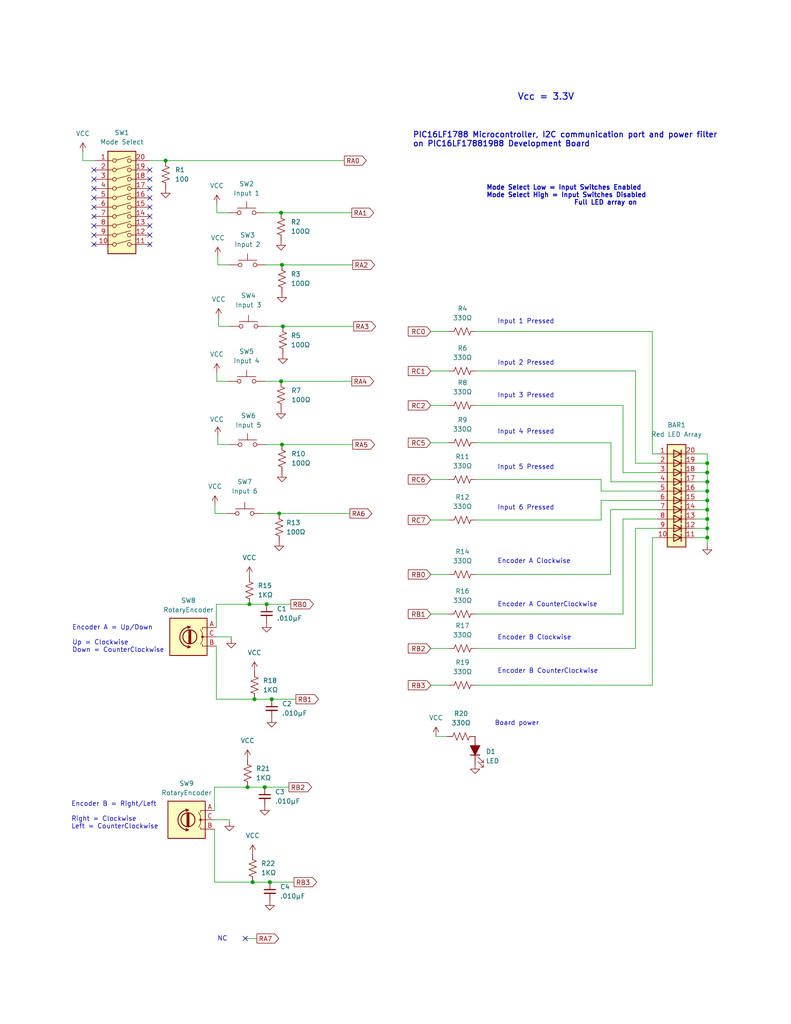
<source format=kicad_sch>
(kicad_sch (version 20211123) (generator eeschema)

  (uuid e63e39d7-6ac0-4ffd-8aa3-1841a4541b55)

  (paper "A" portrait)

  (title_block
    (title "Peripheral Remote - Breadboard Controls and Outputs")
    (date "2023-12-01")
    (rev "B")
  )

  (lib_symbols
    (symbol "Device:C_Small" (pin_numbers hide) (pin_names (offset 0.254) hide) (in_bom yes) (on_board yes)
      (property "Reference" "C" (id 0) (at 0.254 1.778 0)
        (effects (font (size 1.27 1.27)) (justify left))
      )
      (property "Value" "C_Small" (id 1) (at 0.254 -2.032 0)
        (effects (font (size 1.27 1.27)) (justify left))
      )
      (property "Footprint" "" (id 2) (at 0 0 0)
        (effects (font (size 1.27 1.27)) hide)
      )
      (property "Datasheet" "~" (id 3) (at 0 0 0)
        (effects (font (size 1.27 1.27)) hide)
      )
      (property "ki_keywords" "capacitor cap" (id 4) (at 0 0 0)
        (effects (font (size 1.27 1.27)) hide)
      )
      (property "ki_description" "Unpolarized capacitor, small symbol" (id 5) (at 0 0 0)
        (effects (font (size 1.27 1.27)) hide)
      )
      (property "ki_fp_filters" "C_*" (id 6) (at 0 0 0)
        (effects (font (size 1.27 1.27)) hide)
      )
      (symbol "C_Small_0_1"
        (polyline
          (pts
            (xy -1.524 -0.508)
            (xy 1.524 -0.508)
          )
          (stroke (width 0.3302) (type default) (color 0 0 0 0))
          (fill (type none))
        )
        (polyline
          (pts
            (xy -1.524 0.508)
            (xy 1.524 0.508)
          )
          (stroke (width 0.3048) (type default) (color 0 0 0 0))
          (fill (type none))
        )
      )
      (symbol "C_Small_1_1"
        (pin passive line (at 0 2.54 270) (length 2.032)
          (name "~" (effects (font (size 1.27 1.27))))
          (number "1" (effects (font (size 1.27 1.27))))
        )
        (pin passive line (at 0 -2.54 90) (length 2.032)
          (name "~" (effects (font (size 1.27 1.27))))
          (number "2" (effects (font (size 1.27 1.27))))
        )
      )
    )
    (symbol "Device:LED_Filled" (pin_numbers hide) (pin_names (offset 1.016) hide) (in_bom yes) (on_board yes)
      (property "Reference" "D" (id 0) (at 0 2.54 0)
        (effects (font (size 1.27 1.27)))
      )
      (property "Value" "LED_Filled" (id 1) (at 0 -2.54 0)
        (effects (font (size 1.27 1.27)))
      )
      (property "Footprint" "" (id 2) (at 0 0 0)
        (effects (font (size 1.27 1.27)) hide)
      )
      (property "Datasheet" "~" (id 3) (at 0 0 0)
        (effects (font (size 1.27 1.27)) hide)
      )
      (property "ki_keywords" "LED diode" (id 4) (at 0 0 0)
        (effects (font (size 1.27 1.27)) hide)
      )
      (property "ki_description" "Light emitting diode, filled shape" (id 5) (at 0 0 0)
        (effects (font (size 1.27 1.27)) hide)
      )
      (property "ki_fp_filters" "LED* LED_SMD:* LED_THT:*" (id 6) (at 0 0 0)
        (effects (font (size 1.27 1.27)) hide)
      )
      (symbol "LED_Filled_0_1"
        (polyline
          (pts
            (xy -1.27 -1.27)
            (xy -1.27 1.27)
          )
          (stroke (width 0.254) (type default) (color 0 0 0 0))
          (fill (type none))
        )
        (polyline
          (pts
            (xy -1.27 0)
            (xy 1.27 0)
          )
          (stroke (width 0) (type default) (color 0 0 0 0))
          (fill (type none))
        )
        (polyline
          (pts
            (xy 1.27 -1.27)
            (xy 1.27 1.27)
            (xy -1.27 0)
            (xy 1.27 -1.27)
          )
          (stroke (width 0.254) (type default) (color 0 0 0 0))
          (fill (type outline))
        )
        (polyline
          (pts
            (xy -3.048 -0.762)
            (xy -4.572 -2.286)
            (xy -3.81 -2.286)
            (xy -4.572 -2.286)
            (xy -4.572 -1.524)
          )
          (stroke (width 0) (type default) (color 0 0 0 0))
          (fill (type none))
        )
        (polyline
          (pts
            (xy -1.778 -0.762)
            (xy -3.302 -2.286)
            (xy -2.54 -2.286)
            (xy -3.302 -2.286)
            (xy -3.302 -1.524)
          )
          (stroke (width 0) (type default) (color 0 0 0 0))
          (fill (type none))
        )
      )
      (symbol "LED_Filled_1_1"
        (pin passive line (at -3.81 0 0) (length 2.54)
          (name "K" (effects (font (size 1.27 1.27))))
          (number "1" (effects (font (size 1.27 1.27))))
        )
        (pin passive line (at 3.81 0 180) (length 2.54)
          (name "A" (effects (font (size 1.27 1.27))))
          (number "2" (effects (font (size 1.27 1.27))))
        )
      )
    )
    (symbol "Device:R_US" (pin_numbers hide) (pin_names (offset 0)) (in_bom yes) (on_board yes)
      (property "Reference" "R" (id 0) (at 2.54 0 90)
        (effects (font (size 1.27 1.27)))
      )
      (property "Value" "R_US" (id 1) (at -2.54 0 90)
        (effects (font (size 1.27 1.27)))
      )
      (property "Footprint" "" (id 2) (at 1.016 -0.254 90)
        (effects (font (size 1.27 1.27)) hide)
      )
      (property "Datasheet" "~" (id 3) (at 0 0 0)
        (effects (font (size 1.27 1.27)) hide)
      )
      (property "ki_keywords" "R res resistor" (id 4) (at 0 0 0)
        (effects (font (size 1.27 1.27)) hide)
      )
      (property "ki_description" "Resistor, US symbol" (id 5) (at 0 0 0)
        (effects (font (size 1.27 1.27)) hide)
      )
      (property "ki_fp_filters" "R_*" (id 6) (at 0 0 0)
        (effects (font (size 1.27 1.27)) hide)
      )
      (symbol "R_US_0_1"
        (polyline
          (pts
            (xy 0 -2.286)
            (xy 0 -2.54)
          )
          (stroke (width 0) (type default) (color 0 0 0 0))
          (fill (type none))
        )
        (polyline
          (pts
            (xy 0 2.286)
            (xy 0 2.54)
          )
          (stroke (width 0) (type default) (color 0 0 0 0))
          (fill (type none))
        )
        (polyline
          (pts
            (xy 0 -0.762)
            (xy 1.016 -1.143)
            (xy 0 -1.524)
            (xy -1.016 -1.905)
            (xy 0 -2.286)
          )
          (stroke (width 0) (type default) (color 0 0 0 0))
          (fill (type none))
        )
        (polyline
          (pts
            (xy 0 0.762)
            (xy 1.016 0.381)
            (xy 0 0)
            (xy -1.016 -0.381)
            (xy 0 -0.762)
          )
          (stroke (width 0) (type default) (color 0 0 0 0))
          (fill (type none))
        )
        (polyline
          (pts
            (xy 0 2.286)
            (xy 1.016 1.905)
            (xy 0 1.524)
            (xy -1.016 1.143)
            (xy 0 0.762)
          )
          (stroke (width 0) (type default) (color 0 0 0 0))
          (fill (type none))
        )
      )
      (symbol "R_US_1_1"
        (pin passive line (at 0 3.81 270) (length 1.27)
          (name "~" (effects (font (size 1.27 1.27))))
          (number "1" (effects (font (size 1.27 1.27))))
        )
        (pin passive line (at 0 -3.81 90) (length 1.27)
          (name "~" (effects (font (size 1.27 1.27))))
          (number "2" (effects (font (size 1.27 1.27))))
        )
      )
    )
    (symbol "Device:RotaryEncoder" (pin_names (offset 0.254) hide) (in_bom yes) (on_board yes)
      (property "Reference" "SW" (id 0) (at 0 6.604 0)
        (effects (font (size 1.27 1.27)))
      )
      (property "Value" "RotaryEncoder" (id 1) (at 0 -6.604 0)
        (effects (font (size 1.27 1.27)))
      )
      (property "Footprint" "" (id 2) (at -3.81 4.064 0)
        (effects (font (size 1.27 1.27)) hide)
      )
      (property "Datasheet" "~" (id 3) (at 0 6.604 0)
        (effects (font (size 1.27 1.27)) hide)
      )
      (property "ki_keywords" "rotary switch encoder" (id 4) (at 0 0 0)
        (effects (font (size 1.27 1.27)) hide)
      )
      (property "ki_description" "Rotary encoder, dual channel, incremental quadrate outputs" (id 5) (at 0 0 0)
        (effects (font (size 1.27 1.27)) hide)
      )
      (property "ki_fp_filters" "RotaryEncoder*" (id 6) (at 0 0 0)
        (effects (font (size 1.27 1.27)) hide)
      )
      (symbol "RotaryEncoder_0_1"
        (rectangle (start -5.08 5.08) (end 5.08 -5.08)
          (stroke (width 0.254) (type default) (color 0 0 0 0))
          (fill (type background))
        )
        (circle (center -3.81 0) (radius 0.254)
          (stroke (width 0) (type default) (color 0 0 0 0))
          (fill (type outline))
        )
        (arc (start -0.381 -2.794) (mid 2.3622 -0.0635) (end -0.381 2.667)
          (stroke (width 0.254) (type default) (color 0 0 0 0))
          (fill (type none))
        )
        (circle (center -0.381 0) (radius 1.905)
          (stroke (width 0.254) (type default) (color 0 0 0 0))
          (fill (type none))
        )
        (polyline
          (pts
            (xy -0.635 -1.778)
            (xy -0.635 1.778)
          )
          (stroke (width 0.254) (type default) (color 0 0 0 0))
          (fill (type none))
        )
        (polyline
          (pts
            (xy -0.381 -1.778)
            (xy -0.381 1.778)
          )
          (stroke (width 0.254) (type default) (color 0 0 0 0))
          (fill (type none))
        )
        (polyline
          (pts
            (xy -0.127 1.778)
            (xy -0.127 -1.778)
          )
          (stroke (width 0.254) (type default) (color 0 0 0 0))
          (fill (type none))
        )
        (polyline
          (pts
            (xy -5.08 -2.54)
            (xy -3.81 -2.54)
            (xy -3.81 -2.032)
          )
          (stroke (width 0) (type default) (color 0 0 0 0))
          (fill (type none))
        )
        (polyline
          (pts
            (xy -5.08 2.54)
            (xy -3.81 2.54)
            (xy -3.81 2.032)
          )
          (stroke (width 0) (type default) (color 0 0 0 0))
          (fill (type none))
        )
        (polyline
          (pts
            (xy 0.254 -3.048)
            (xy -0.508 -2.794)
            (xy 0.127 -2.413)
          )
          (stroke (width 0.254) (type default) (color 0 0 0 0))
          (fill (type none))
        )
        (polyline
          (pts
            (xy 0.254 2.921)
            (xy -0.508 2.667)
            (xy 0.127 2.286)
          )
          (stroke (width 0.254) (type default) (color 0 0 0 0))
          (fill (type none))
        )
        (polyline
          (pts
            (xy -5.08 0)
            (xy -3.81 0)
            (xy -3.81 -1.016)
            (xy -3.302 -2.032)
          )
          (stroke (width 0) (type default) (color 0 0 0 0))
          (fill (type none))
        )
        (polyline
          (pts
            (xy -4.318 0)
            (xy -3.81 0)
            (xy -3.81 1.016)
            (xy -3.302 2.032)
          )
          (stroke (width 0) (type default) (color 0 0 0 0))
          (fill (type none))
        )
      )
      (symbol "RotaryEncoder_1_1"
        (pin passive line (at -7.62 2.54 0) (length 2.54)
          (name "A" (effects (font (size 1.27 1.27))))
          (number "A" (effects (font (size 1.27 1.27))))
        )
        (pin passive line (at -7.62 -2.54 0) (length 2.54)
          (name "B" (effects (font (size 1.27 1.27))))
          (number "B" (effects (font (size 1.27 1.27))))
        )
        (pin passive line (at -7.62 0 0) (length 2.54)
          (name "C" (effects (font (size 1.27 1.27))))
          (number "C" (effects (font (size 1.27 1.27))))
        )
      )
    )
    (symbol "LED:HDSP-4830_2" (pin_names (offset 1.016) hide) (in_bom yes) (on_board yes)
      (property "Reference" "BAR" (id 0) (at 0 15.24 0)
        (effects (font (size 1.27 1.27)))
      )
      (property "Value" "HDSP-4830_2" (id 1) (at 0 -17.78 0)
        (effects (font (size 1.27 1.27)))
      )
      (property "Footprint" "Display:HDSP-4830" (id 2) (at 0 -20.32 0)
        (effects (font (size 1.27 1.27)) hide)
      )
      (property "Datasheet" "https://docs.broadcom.com/docs/AV02-1798EN" (id 3) (at -50.8 5.08 0)
        (effects (font (size 1.27 1.27)) hide)
      )
      (property "ki_keywords" "display LED array" (id 4) (at 0 0 0)
        (effects (font (size 1.27 1.27)) hide)
      )
      (property "ki_description" "BAR GRAPH 10 segment block, high efficiency red" (id 5) (at 0 0 0)
        (effects (font (size 1.27 1.27)) hide)
      )
      (property "ki_fp_filters" "HDSP?48*" (id 6) (at 0 0 0)
        (effects (font (size 1.27 1.27)) hide)
      )
      (symbol "HDSP-4830_2_0_1"
        (rectangle (start -2.54 12.7) (end 2.54 -15.24)
          (stroke (width 0.254) (type default) (color 0 0 0 0))
          (fill (type background))
        )
        (polyline
          (pts
            (xy -2.54 -12.7)
            (xy 2.54 -12.7)
          )
          (stroke (width 0) (type default) (color 0 0 0 0))
          (fill (type none))
        )
        (polyline
          (pts
            (xy -2.54 -10.16)
            (xy 2.54 -10.16)
          )
          (stroke (width 0) (type default) (color 0 0 0 0))
          (fill (type none))
        )
        (polyline
          (pts
            (xy -2.54 -7.62)
            (xy 2.54 -7.62)
          )
          (stroke (width 0) (type default) (color 0 0 0 0))
          (fill (type none))
        )
        (polyline
          (pts
            (xy -2.54 -5.08)
            (xy 2.54 -5.08)
          )
          (stroke (width 0) (type default) (color 0 0 0 0))
          (fill (type none))
        )
        (polyline
          (pts
            (xy -2.54 0)
            (xy 2.54 0)
          )
          (stroke (width 0) (type default) (color 0 0 0 0))
          (fill (type none))
        )
        (polyline
          (pts
            (xy -2.54 5.08)
            (xy 2.54 5.08)
          )
          (stroke (width 0) (type default) (color 0 0 0 0))
          (fill (type none))
        )
        (polyline
          (pts
            (xy -2.54 7.62)
            (xy 2.54 7.62)
          )
          (stroke (width 0) (type default) (color 0 0 0 0))
          (fill (type none))
        )
        (polyline
          (pts
            (xy -2.54 10.16)
            (xy 2.54 10.16)
          )
          (stroke (width 0) (type default) (color 0 0 0 0))
          (fill (type none))
        )
        (polyline
          (pts
            (xy 1.27 -11.684)
            (xy 1.27 -13.716)
          )
          (stroke (width 0.254) (type default) (color 0 0 0 0))
          (fill (type none))
        )
        (polyline
          (pts
            (xy 1.27 -9.144)
            (xy 1.27 -11.176)
          )
          (stroke (width 0.254) (type default) (color 0 0 0 0))
          (fill (type none))
        )
        (polyline
          (pts
            (xy 1.27 -6.604)
            (xy 1.27 -8.636)
          )
          (stroke (width 0.254) (type default) (color 0 0 0 0))
          (fill (type none))
        )
        (polyline
          (pts
            (xy 1.27 -4.064)
            (xy 1.27 -6.096)
          )
          (stroke (width 0.254) (type default) (color 0 0 0 0))
          (fill (type none))
        )
        (polyline
          (pts
            (xy 1.27 -1.524)
            (xy 1.27 -3.556)
          )
          (stroke (width 0.254) (type default) (color 0 0 0 0))
          (fill (type none))
        )
        (polyline
          (pts
            (xy 1.27 1.016)
            (xy 1.27 -1.016)
          )
          (stroke (width 0.254) (type default) (color 0 0 0 0))
          (fill (type none))
        )
        (polyline
          (pts
            (xy 1.27 3.556)
            (xy 1.27 1.524)
          )
          (stroke (width 0.254) (type default) (color 0 0 0 0))
          (fill (type none))
        )
        (polyline
          (pts
            (xy 1.27 6.096)
            (xy 1.27 4.064)
          )
          (stroke (width 0.254) (type default) (color 0 0 0 0))
          (fill (type none))
        )
        (polyline
          (pts
            (xy 1.27 8.636)
            (xy 1.27 6.604)
          )
          (stroke (width 0.254) (type default) (color 0 0 0 0))
          (fill (type none))
        )
        (polyline
          (pts
            (xy 1.27 11.176)
            (xy 1.27 9.144)
          )
          (stroke (width 0.254) (type default) (color 0 0 0 0))
          (fill (type none))
        )
        (polyline
          (pts
            (xy 2.54 -2.54)
            (xy -2.54 -2.54)
          )
          (stroke (width 0) (type default) (color 0 0 0 0))
          (fill (type none))
        )
        (polyline
          (pts
            (xy 2.54 2.54)
            (xy -2.54 2.54)
          )
          (stroke (width 0) (type default) (color 0 0 0 0))
          (fill (type none))
        )
        (polyline
          (pts
            (xy -0.762 -11.684)
            (xy -0.762 -13.716)
            (xy 1.27 -12.7)
            (xy -0.762 -11.684)
          )
          (stroke (width 0.254) (type default) (color 0 0 0 0))
          (fill (type none))
        )
        (polyline
          (pts
            (xy -0.762 -9.144)
            (xy -0.762 -11.176)
            (xy 1.27 -10.16)
            (xy -0.762 -9.144)
          )
          (stroke (width 0.254) (type default) (color 0 0 0 0))
          (fill (type none))
        )
        (polyline
          (pts
            (xy -0.762 -6.604)
            (xy -0.762 -8.636)
            (xy 1.27 -7.62)
            (xy -0.762 -6.604)
          )
          (stroke (width 0.254) (type default) (color 0 0 0 0))
          (fill (type none))
        )
        (polyline
          (pts
            (xy -0.762 -4.064)
            (xy -0.762 -6.096)
            (xy 1.27 -5.08)
            (xy -0.762 -4.064)
          )
          (stroke (width 0.254) (type default) (color 0 0 0 0))
          (fill (type none))
        )
        (polyline
          (pts
            (xy -0.762 -1.524)
            (xy -0.762 -3.556)
            (xy 1.27 -2.54)
            (xy -0.762 -1.524)
          )
          (stroke (width 0.254) (type default) (color 0 0 0 0))
          (fill (type none))
        )
        (polyline
          (pts
            (xy -0.762 1.016)
            (xy -0.762 -1.016)
            (xy 1.27 0)
            (xy -0.762 1.016)
          )
          (stroke (width 0.254) (type default) (color 0 0 0 0))
          (fill (type none))
        )
        (polyline
          (pts
            (xy -0.762 3.556)
            (xy -0.762 1.524)
            (xy 1.27 2.54)
            (xy -0.762 3.556)
          )
          (stroke (width 0.254) (type default) (color 0 0 0 0))
          (fill (type none))
        )
        (polyline
          (pts
            (xy -0.762 6.096)
            (xy -0.762 4.064)
            (xy 1.27 5.08)
            (xy -0.762 6.096)
          )
          (stroke (width 0.254) (type default) (color 0 0 0 0))
          (fill (type none))
        )
        (polyline
          (pts
            (xy -0.762 8.636)
            (xy -0.762 6.604)
            (xy 1.27 7.62)
            (xy -0.762 8.636)
          )
          (stroke (width 0.254) (type default) (color 0 0 0 0))
          (fill (type none))
        )
        (polyline
          (pts
            (xy -0.762 11.176)
            (xy -0.762 9.144)
            (xy 1.27 10.16)
            (xy -0.762 11.176)
          )
          (stroke (width 0.254) (type default) (color 0 0 0 0))
          (fill (type none))
        )
      )
      (symbol "HDSP-4830_2_1_1"
        (pin passive line (at -5.08 10.16 0) (length 2.54)
          (name "A" (effects (font (size 1.27 1.27))))
          (number "1" (effects (font (size 1.27 1.27))))
        )
        (pin passive line (at -5.08 -12.7 0) (length 2.54)
          (name "A" (effects (font (size 1.27 1.27))))
          (number "10" (effects (font (size 1.27 1.27))))
        )
        (pin passive line (at 5.08 -12.7 180) (length 2.54)
          (name "K" (effects (font (size 1.27 1.27))))
          (number "11" (effects (font (size 1.27 1.27))))
        )
        (pin passive line (at 5.08 -10.16 180) (length 2.54)
          (name "K" (effects (font (size 1.27 1.27))))
          (number "12" (effects (font (size 1.27 1.27))))
        )
        (pin passive line (at 5.08 -7.62 180) (length 2.54)
          (name "K" (effects (font (size 1.27 1.27))))
          (number "13" (effects (font (size 1.27 1.27))))
        )
        (pin passive line (at 5.08 -5.08 180) (length 2.54)
          (name "K" (effects (font (size 1.27 1.27))))
          (number "14" (effects (font (size 1.27 1.27))))
        )
        (pin passive line (at 5.08 -2.54 180) (length 2.54)
          (name "K" (effects (font (size 1.27 1.27))))
          (number "15" (effects (font (size 1.27 1.27))))
        )
        (pin passive line (at 5.08 0 180) (length 2.54)
          (name "K" (effects (font (size 1.27 1.27))))
          (number "16" (effects (font (size 1.27 1.27))))
        )
        (pin passive line (at 5.08 2.54 180) (length 2.54)
          (name "K" (effects (font (size 1.27 1.27))))
          (number "17" (effects (font (size 1.27 1.27))))
        )
        (pin passive line (at 5.08 5.08 180) (length 2.54)
          (name "K" (effects (font (size 1.27 1.27))))
          (number "18" (effects (font (size 1.27 1.27))))
        )
        (pin passive line (at 5.08 7.62 180) (length 2.54)
          (name "K" (effects (font (size 1.27 1.27))))
          (number "19" (effects (font (size 1.27 1.27))))
        )
        (pin passive line (at -5.08 7.62 0) (length 2.54)
          (name "A" (effects (font (size 1.27 1.27))))
          (number "2" (effects (font (size 1.27 1.27))))
        )
        (pin passive line (at 5.08 10.16 180) (length 2.54)
          (name "K" (effects (font (size 1.27 1.27))))
          (number "20" (effects (font (size 1.27 1.27))))
        )
        (pin passive line (at -5.08 5.08 0) (length 2.54)
          (name "A" (effects (font (size 1.27 1.27))))
          (number "3" (effects (font (size 1.27 1.27))))
        )
        (pin passive line (at -5.08 2.54 0) (length 2.54)
          (name "A" (effects (font (size 1.27 1.27))))
          (number "4" (effects (font (size 1.27 1.27))))
        )
        (pin passive line (at -5.08 0 0) (length 2.54)
          (name "A" (effects (font (size 1.27 1.27))))
          (number "5" (effects (font (size 1.27 1.27))))
        )
        (pin passive line (at -5.08 -2.54 0) (length 2.54)
          (name "A" (effects (font (size 1.27 1.27))))
          (number "6" (effects (font (size 1.27 1.27))))
        )
        (pin passive line (at -5.08 -5.08 0) (length 2.54)
          (name "A" (effects (font (size 1.27 1.27))))
          (number "7" (effects (font (size 1.27 1.27))))
        )
        (pin passive line (at -5.08 -7.62 0) (length 2.54)
          (name "A" (effects (font (size 1.27 1.27))))
          (number "8" (effects (font (size 1.27 1.27))))
        )
        (pin passive line (at -5.08 -10.16 0) (length 2.54)
          (name "A" (effects (font (size 1.27 1.27))))
          (number "9" (effects (font (size 1.27 1.27))))
        )
      )
    )
    (symbol "Switch:SW_DIP_x10" (pin_names (offset 0) hide) (in_bom yes) (on_board yes)
      (property "Reference" "SW" (id 0) (at 0 16.51 0)
        (effects (font (size 1.27 1.27)))
      )
      (property "Value" "SW_DIP_x10" (id 1) (at 0 -13.97 0)
        (effects (font (size 1.27 1.27)))
      )
      (property "Footprint" "" (id 2) (at 0 0 0)
        (effects (font (size 1.27 1.27)) hide)
      )
      (property "Datasheet" "~" (id 3) (at 0 0 0)
        (effects (font (size 1.27 1.27)) hide)
      )
      (property "ki_keywords" "dip switch" (id 4) (at 0 0 0)
        (effects (font (size 1.27 1.27)) hide)
      )
      (property "ki_description" "10x DIP Switch, Single Pole Single Throw (SPST) switch, small symbol" (id 5) (at 0 0 0)
        (effects (font (size 1.27 1.27)) hide)
      )
      (property "ki_fp_filters" "SW?DIP?x10*" (id 6) (at 0 0 0)
        (effects (font (size 1.27 1.27)) hide)
      )
      (symbol "SW_DIP_x10_0_0"
        (circle (center -2.032 -10.16) (radius 0.508)
          (stroke (width 0) (type default) (color 0 0 0 0))
          (fill (type none))
        )
        (circle (center -2.032 -7.62) (radius 0.508)
          (stroke (width 0) (type default) (color 0 0 0 0))
          (fill (type none))
        )
        (circle (center -2.032 -5.08) (radius 0.508)
          (stroke (width 0) (type default) (color 0 0 0 0))
          (fill (type none))
        )
        (circle (center -2.032 -2.54) (radius 0.508)
          (stroke (width 0) (type default) (color 0 0 0 0))
          (fill (type none))
        )
        (circle (center -2.032 0) (radius 0.508)
          (stroke (width 0) (type default) (color 0 0 0 0))
          (fill (type none))
        )
        (circle (center -2.032 2.54) (radius 0.508)
          (stroke (width 0) (type default) (color 0 0 0 0))
          (fill (type none))
        )
        (circle (center -2.032 5.08) (radius 0.508)
          (stroke (width 0) (type default) (color 0 0 0 0))
          (fill (type none))
        )
        (circle (center -2.032 7.62) (radius 0.508)
          (stroke (width 0) (type default) (color 0 0 0 0))
          (fill (type none))
        )
        (circle (center -2.032 10.16) (radius 0.508)
          (stroke (width 0) (type default) (color 0 0 0 0))
          (fill (type none))
        )
        (circle (center -2.032 12.7) (radius 0.508)
          (stroke (width 0) (type default) (color 0 0 0 0))
          (fill (type none))
        )
        (polyline
          (pts
            (xy -1.524 -10.0076)
            (xy 2.3622 -8.9662)
          )
          (stroke (width 0) (type default) (color 0 0 0 0))
          (fill (type none))
        )
        (polyline
          (pts
            (xy -1.524 -7.4676)
            (xy 2.3622 -6.4262)
          )
          (stroke (width 0) (type default) (color 0 0 0 0))
          (fill (type none))
        )
        (polyline
          (pts
            (xy -1.524 -4.9276)
            (xy 2.3622 -3.8862)
          )
          (stroke (width 0) (type default) (color 0 0 0 0))
          (fill (type none))
        )
        (polyline
          (pts
            (xy -1.524 -2.3876)
            (xy 2.3622 -1.3462)
          )
          (stroke (width 0) (type default) (color 0 0 0 0))
          (fill (type none))
        )
        (polyline
          (pts
            (xy -1.524 0.127)
            (xy 2.3622 1.1684)
          )
          (stroke (width 0) (type default) (color 0 0 0 0))
          (fill (type none))
        )
        (polyline
          (pts
            (xy -1.524 2.667)
            (xy 2.3622 3.7084)
          )
          (stroke (width 0) (type default) (color 0 0 0 0))
          (fill (type none))
        )
        (polyline
          (pts
            (xy -1.524 5.207)
            (xy 2.3622 6.2484)
          )
          (stroke (width 0) (type default) (color 0 0 0 0))
          (fill (type none))
        )
        (polyline
          (pts
            (xy -1.524 7.747)
            (xy 2.3622 8.7884)
          )
          (stroke (width 0) (type default) (color 0 0 0 0))
          (fill (type none))
        )
        (polyline
          (pts
            (xy -1.524 10.287)
            (xy 2.3622 11.3284)
          )
          (stroke (width 0) (type default) (color 0 0 0 0))
          (fill (type none))
        )
        (polyline
          (pts
            (xy -1.524 12.827)
            (xy 2.3622 13.8684)
          )
          (stroke (width 0) (type default) (color 0 0 0 0))
          (fill (type none))
        )
        (circle (center 2.032 -10.16) (radius 0.508)
          (stroke (width 0) (type default) (color 0 0 0 0))
          (fill (type none))
        )
        (circle (center 2.032 -7.62) (radius 0.508)
          (stroke (width 0) (type default) (color 0 0 0 0))
          (fill (type none))
        )
        (circle (center 2.032 -5.08) (radius 0.508)
          (stroke (width 0) (type default) (color 0 0 0 0))
          (fill (type none))
        )
        (circle (center 2.032 -2.54) (radius 0.508)
          (stroke (width 0) (type default) (color 0 0 0 0))
          (fill (type none))
        )
        (circle (center 2.032 0) (radius 0.508)
          (stroke (width 0) (type default) (color 0 0 0 0))
          (fill (type none))
        )
        (circle (center 2.032 2.54) (radius 0.508)
          (stroke (width 0) (type default) (color 0 0 0 0))
          (fill (type none))
        )
        (circle (center 2.032 5.08) (radius 0.508)
          (stroke (width 0) (type default) (color 0 0 0 0))
          (fill (type none))
        )
        (circle (center 2.032 7.62) (radius 0.508)
          (stroke (width 0) (type default) (color 0 0 0 0))
          (fill (type none))
        )
        (circle (center 2.032 10.16) (radius 0.508)
          (stroke (width 0) (type default) (color 0 0 0 0))
          (fill (type none))
        )
        (circle (center 2.032 12.7) (radius 0.508)
          (stroke (width 0) (type default) (color 0 0 0 0))
          (fill (type none))
        )
      )
      (symbol "SW_DIP_x10_0_1"
        (rectangle (start -3.81 15.24) (end 3.81 -12.7)
          (stroke (width 0.254) (type default) (color 0 0 0 0))
          (fill (type background))
        )
      )
      (symbol "SW_DIP_x10_1_1"
        (pin passive line (at -7.62 12.7 0) (length 5.08)
          (name "~" (effects (font (size 1.27 1.27))))
          (number "1" (effects (font (size 1.27 1.27))))
        )
        (pin passive line (at -7.62 -10.16 0) (length 5.08)
          (name "~" (effects (font (size 1.27 1.27))))
          (number "10" (effects (font (size 1.27 1.27))))
        )
        (pin passive line (at 7.62 -10.16 180) (length 5.08)
          (name "~" (effects (font (size 1.27 1.27))))
          (number "11" (effects (font (size 1.27 1.27))))
        )
        (pin passive line (at 7.62 -7.62 180) (length 5.08)
          (name "~" (effects (font (size 1.27 1.27))))
          (number "12" (effects (font (size 1.27 1.27))))
        )
        (pin passive line (at 7.62 -5.08 180) (length 5.08)
          (name "~" (effects (font (size 1.27 1.27))))
          (number "13" (effects (font (size 1.27 1.27))))
        )
        (pin passive line (at 7.62 -2.54 180) (length 5.08)
          (name "~" (effects (font (size 1.27 1.27))))
          (number "14" (effects (font (size 1.27 1.27))))
        )
        (pin passive line (at 7.62 0 180) (length 5.08)
          (name "~" (effects (font (size 1.27 1.27))))
          (number "15" (effects (font (size 1.27 1.27))))
        )
        (pin passive line (at 7.62 2.54 180) (length 5.08)
          (name "~" (effects (font (size 1.27 1.27))))
          (number "16" (effects (font (size 1.27 1.27))))
        )
        (pin passive line (at 7.62 5.08 180) (length 5.08)
          (name "~" (effects (font (size 1.27 1.27))))
          (number "17" (effects (font (size 1.27 1.27))))
        )
        (pin passive line (at 7.62 7.62 180) (length 5.08)
          (name "~" (effects (font (size 1.27 1.27))))
          (number "18" (effects (font (size 1.27 1.27))))
        )
        (pin passive line (at 7.62 10.16 180) (length 5.08)
          (name "~" (effects (font (size 1.27 1.27))))
          (number "19" (effects (font (size 1.27 1.27))))
        )
        (pin passive line (at -7.62 10.16 0) (length 5.08)
          (name "~" (effects (font (size 1.27 1.27))))
          (number "2" (effects (font (size 1.27 1.27))))
        )
        (pin passive line (at 7.62 12.7 180) (length 5.08)
          (name "~" (effects (font (size 1.27 1.27))))
          (number "20" (effects (font (size 1.27 1.27))))
        )
        (pin passive line (at -7.62 7.62 0) (length 5.08)
          (name "~" (effects (font (size 1.27 1.27))))
          (number "3" (effects (font (size 1.27 1.27))))
        )
        (pin passive line (at -7.62 5.08 0) (length 5.08)
          (name "~" (effects (font (size 1.27 1.27))))
          (number "4" (effects (font (size 1.27 1.27))))
        )
        (pin passive line (at -7.62 2.54 0) (length 5.08)
          (name "~" (effects (font (size 1.27 1.27))))
          (number "5" (effects (font (size 1.27 1.27))))
        )
        (pin passive line (at -7.62 0 0) (length 5.08)
          (name "~" (effects (font (size 1.27 1.27))))
          (number "6" (effects (font (size 1.27 1.27))))
        )
        (pin passive line (at -7.62 -2.54 0) (length 5.08)
          (name "~" (effects (font (size 1.27 1.27))))
          (number "7" (effects (font (size 1.27 1.27))))
        )
        (pin passive line (at -7.62 -5.08 0) (length 5.08)
          (name "~" (effects (font (size 1.27 1.27))))
          (number "8" (effects (font (size 1.27 1.27))))
        )
        (pin passive line (at -7.62 -7.62 0) (length 5.08)
          (name "~" (effects (font (size 1.27 1.27))))
          (number "9" (effects (font (size 1.27 1.27))))
        )
      )
    )
    (symbol "Switch:SW_Push" (pin_numbers hide) (pin_names (offset 1.016) hide) (in_bom yes) (on_board yes)
      (property "Reference" "SW" (id 0) (at 1.27 2.54 0)
        (effects (font (size 1.27 1.27)) (justify left))
      )
      (property "Value" "SW_Push" (id 1) (at 0 -1.524 0)
        (effects (font (size 1.27 1.27)))
      )
      (property "Footprint" "" (id 2) (at 0 5.08 0)
        (effects (font (size 1.27 1.27)) hide)
      )
      (property "Datasheet" "~" (id 3) (at 0 5.08 0)
        (effects (font (size 1.27 1.27)) hide)
      )
      (property "ki_keywords" "switch normally-open pushbutton push-button" (id 4) (at 0 0 0)
        (effects (font (size 1.27 1.27)) hide)
      )
      (property "ki_description" "Push button switch, generic, two pins" (id 5) (at 0 0 0)
        (effects (font (size 1.27 1.27)) hide)
      )
      (symbol "SW_Push_0_1"
        (circle (center -2.032 0) (radius 0.508)
          (stroke (width 0) (type default) (color 0 0 0 0))
          (fill (type none))
        )
        (polyline
          (pts
            (xy 0 1.27)
            (xy 0 3.048)
          )
          (stroke (width 0) (type default) (color 0 0 0 0))
          (fill (type none))
        )
        (polyline
          (pts
            (xy 2.54 1.27)
            (xy -2.54 1.27)
          )
          (stroke (width 0) (type default) (color 0 0 0 0))
          (fill (type none))
        )
        (circle (center 2.032 0) (radius 0.508)
          (stroke (width 0) (type default) (color 0 0 0 0))
          (fill (type none))
        )
        (pin passive line (at -5.08 0 0) (length 2.54)
          (name "1" (effects (font (size 1.27 1.27))))
          (number "1" (effects (font (size 1.27 1.27))))
        )
        (pin passive line (at 5.08 0 180) (length 2.54)
          (name "2" (effects (font (size 1.27 1.27))))
          (number "2" (effects (font (size 1.27 1.27))))
        )
      )
    )
    (symbol "power:GND" (power) (pin_numbers hide) (pin_names (offset 0) hide) (in_bom yes) (on_board yes)
      (property "Reference" "#PWR" (id 0) (at 0 -6.35 0)
        (effects (font (size 1.27 1.27)) hide)
      )
      (property "Value" "GND" (id 1) (at 0 -3.81 0)
        (effects (font (size 1.27 1.27)))
      )
      (property "Footprint" "" (id 2) (at 0 0 0)
        (effects (font (size 1.27 1.27)) hide)
      )
      (property "Datasheet" "" (id 3) (at 0 0 0)
        (effects (font (size 1.27 1.27)) hide)
      )
      (property "ki_keywords" "power-flag" (id 4) (at 0 0 0)
        (effects (font (size 1.27 1.27)) hide)
      )
      (property "ki_description" "Power symbol creates a global label with name \"GND\" , ground" (id 5) (at 0 0 0)
        (effects (font (size 1.27 1.27)) hide)
      )
      (symbol "GND_0_1"
        (polyline
          (pts
            (xy 0 0)
            (xy 0 -1.27)
            (xy 1.27 -1.27)
            (xy 0 -2.54)
            (xy -1.27 -1.27)
            (xy 0 -1.27)
          )
          (stroke (width 0) (type default) (color 0 0 0 0))
          (fill (type none))
        )
      )
      (symbol "GND_1_1"
        (pin power_in line (at 0 0 270) (length 0) hide
          (name "GND" (effects (font (size 1.27 1.27))))
          (number "1" (effects (font (size 1.27 1.27))))
        )
      )
    )
    (symbol "power:VCC" (power) (pin_numbers hide) (pin_names (offset 0) hide) (in_bom yes) (on_board yes)
      (property "Reference" "#PWR" (id 0) (at 0 -3.81 0)
        (effects (font (size 1.27 1.27)) hide)
      )
      (property "Value" "VCC" (id 1) (at 0 3.81 0)
        (effects (font (size 1.27 1.27)))
      )
      (property "Footprint" "" (id 2) (at 0 0 0)
        (effects (font (size 1.27 1.27)) hide)
      )
      (property "Datasheet" "" (id 3) (at 0 0 0)
        (effects (font (size 1.27 1.27)) hide)
      )
      (property "ki_keywords" "power-flag" (id 4) (at 0 0 0)
        (effects (font (size 1.27 1.27)) hide)
      )
      (property "ki_description" "Power symbol creates a global label with name \"VCC\"" (id 5) (at 0 0 0)
        (effects (font (size 1.27 1.27)) hide)
      )
      (symbol "VCC_0_1"
        (polyline
          (pts
            (xy -0.762 1.27)
            (xy 0 2.54)
          )
          (stroke (width 0) (type default) (color 0 0 0 0))
          (fill (type none))
        )
        (polyline
          (pts
            (xy 0 0)
            (xy 0 2.54)
          )
          (stroke (width 0) (type default) (color 0 0 0 0))
          (fill (type none))
        )
        (polyline
          (pts
            (xy 0 2.54)
            (xy 0.762 1.27)
          )
          (stroke (width 0) (type default) (color 0 0 0 0))
          (fill (type none))
        )
      )
      (symbol "VCC_1_1"
        (pin power_in line (at 0 0 90) (length 0) hide
          (name "VCC" (effects (font (size 1.27 1.27))))
          (number "1" (effects (font (size 1.27 1.27))))
        )
      )
    )
  )

  (junction (at 193.04 136.525) (diameter 0) (color 0 0 0 0)
    (uuid 19f6cd05-b22e-4a4f-9d77-dfd7ed2dc605)
  )
  (junction (at 67.564 214.757) (diameter 0) (color 0 0 0 0)
    (uuid 2bb36db0-9c9d-4122-8bfb-fb4fd04fa817)
  )
  (junction (at 76.962 121.285) (diameter 0) (color 0 0 0 0)
    (uuid 3806654f-70ad-4eea-b682-a6d648524051)
  )
  (junction (at 193.04 144.145) (diameter 0) (color 0 0 0 0)
    (uuid 432a66af-bb76-45ad-96ac-e447dbb5882c)
  )
  (junction (at 193.04 131.445) (diameter 0) (color 0 0 0 0)
    (uuid 57fb8ada-7623-4a7f-90a6-450a79e03e45)
  )
  (junction (at 68.072 164.846) (diameter 0) (color 0 0 0 0)
    (uuid 645faee6-4af6-42b2-b745-3c669a421ced)
  )
  (junction (at 77.216 89.027) (diameter 0) (color 0 0 0 0)
    (uuid 691fdcfe-a6e4-4b14-9767-675501b057aa)
  )
  (junction (at 193.04 141.605) (diameter 0) (color 0 0 0 0)
    (uuid 6f89c48b-e268-40d2-a5d4-4f8eaf2e354e)
  )
  (junction (at 76.962 72.263) (diameter 0) (color 0 0 0 0)
    (uuid 7200c1e8-86a4-45e9-b37c-3adefd3ea9bc)
  )
  (junction (at 193.04 146.685) (diameter 0) (color 0 0 0 0)
    (uuid 87ee448d-a073-4674-a30f-548f19609166)
  )
  (junction (at 76.2 140.081) (diameter 0) (color 0 0 0 0)
    (uuid 8901df29-aafb-4aa7-b981-245136d839ab)
  )
  (junction (at 193.04 139.065) (diameter 0) (color 0 0 0 0)
    (uuid 8bbb6334-5e33-4a54-866e-e5971a9728db)
  )
  (junction (at 193.04 128.905) (diameter 0) (color 0 0 0 0)
    (uuid 8d80ca90-6140-4c7a-ad5b-0c1129e6bae8)
  )
  (junction (at 69.469 190.754) (diameter 0) (color 0 0 0 0)
    (uuid 900e001e-4c1c-424c-843d-edd5c90703ca)
  )
  (junction (at 72.771 164.846) (diameter 0) (color 0 0 0 0)
    (uuid 943866a4-2e14-4af8-bf76-911ff334a981)
  )
  (junction (at 193.04 133.985) (diameter 0) (color 0 0 0 0)
    (uuid 95d4fbb9-ce91-4dca-b805-97f1258e3c11)
  )
  (junction (at 72.263 214.757) (diameter 0) (color 0 0 0 0)
    (uuid 9772b5f0-9f33-4297-93ab-ede2902124cb)
  )
  (junction (at 68.961 240.665) (diameter 0) (color 0 0 0 0)
    (uuid 9e321569-1454-43aa-97b2-3a9d88a70a1c)
  )
  (junction (at 45.212 43.815) (diameter 0) (color 0 0 0 0)
    (uuid b4cbe4db-1a41-4cd7-a3d7-71d118daa133)
  )
  (junction (at 76.708 104.013) (diameter 0) (color 0 0 0 0)
    (uuid c5ad2c2b-7d97-4894-b0f0-e840600224dc)
  )
  (junction (at 73.66 240.665) (diameter 0) (color 0 0 0 0)
    (uuid e43270dd-ed11-483e-a9df-3851ca802940)
  )
  (junction (at 74.168 190.754) (diameter 0) (color 0 0 0 0)
    (uuid e4fdb7cf-72a1-4b97-93b4-b2826582e1fc)
  )
  (junction (at 193.04 126.365) (diameter 0) (color 0 0 0 0)
    (uuid e9a96614-7ce9-41d7-b15e-1616b55d0955)
  )
  (junction (at 76.708 58.039) (diameter 0) (color 0 0 0 0)
    (uuid f2366daf-122c-4d9b-bd8f-fffa40acaaac)
  )

  (no_connect (at 40.894 64.135) (uuid 117de1b8-6115-4740-b22b-b385bd7759a8))
  (no_connect (at 40.894 61.595) (uuid 13cd5932-306f-41a9-bc5e-94a7fde06b5a))
  (no_connect (at 25.654 53.975) (uuid 19fa953e-96f9-4544-95f8-14b96c5f0592))
  (no_connect (at 40.894 56.515) (uuid 33105428-1fe4-4f22-8898-35d725c948e7))
  (no_connect (at 40.894 59.055) (uuid 3f53f2d5-cbba-4c40-94cf-aa48a34ad4dd))
  (no_connect (at 25.654 56.515) (uuid 3f9b42c2-58eb-4470-a5e6-c1d46718968a))
  (no_connect (at 25.654 46.355) (uuid 412c1775-e70c-421b-829f-3106298f4ba7))
  (no_connect (at 25.654 48.895) (uuid 4555e809-96cc-47a4-bc0d-c80a867698d0))
  (no_connect (at 40.894 46.355) (uuid 47573716-c5fc-44f9-969b-3b76aa398192))
  (no_connect (at 40.894 48.895) (uuid 684df057-312b-4a12-b960-3d0e61cf3ada))
  (no_connect (at 25.654 66.675) (uuid 7fbd0024-1dc9-496a-94bb-e423e0484133))
  (no_connect (at 25.654 59.055) (uuid 89794a5f-6a06-476c-81ba-4b98c6d9e22a))
  (no_connect (at 25.654 61.595) (uuid 92df2ed1-b72a-4bf3-86ec-c921edbe4107))
  (no_connect (at 40.894 66.675) (uuid a4269fe0-f300-42b5-b937-9a8c1ba89543))
  (no_connect (at 66.929 256.032) (uuid a88b6a26-c05d-43cd-bb07-60fa90369e84))
  (no_connect (at 25.654 64.135) (uuid cf5d128b-5e36-49e3-bcb4-c51a89cd1880))
  (no_connect (at 25.654 51.435) (uuid d3cdcb3c-9197-484b-bf4e-722ecb224df0))
  (no_connect (at 40.894 53.975) (uuid e0aaa7e5-905d-4c84-ab35-31fe60dcdd68))
  (no_connect (at 40.894 51.435) (uuid eece7241-cf79-4005-a419-afcb7ea2f1aa))

  (wire (pts (xy 166.624 139.065) (xy 166.624 156.718))
    (stroke (width 0) (type default) (color 0 0 0 0))
    (uuid 02143d7f-2ced-41fa-84ef-90684fcced8c)
  )
  (wire (pts (xy 117.602 101.219) (xy 122.428 101.219))
    (stroke (width 0) (type default) (color 0 0 0 0))
    (uuid 03593f19-5570-4700-a6fc-afccfe8707d5)
  )
  (wire (pts (xy 59.055 164.846) (xy 68.072 164.846))
    (stroke (width 0) (type default) (color 0 0 0 0))
    (uuid 03a6c1c6-26be-4c7d-bc15-3b4739d310c0)
  )
  (wire (pts (xy 73.66 240.665) (xy 80.264 240.665))
    (stroke (width 0) (type default) (color 0 0 0 0))
    (uuid 03b958d4-4180-478c-9ea8-e55b95f3fafc)
  )
  (wire (pts (xy 193.04 123.825) (xy 193.04 126.365))
    (stroke (width 0) (type default) (color 0 0 0 0))
    (uuid 064d9923-9439-41ef-82a0-b36b88519e50)
  )
  (wire (pts (xy 76.708 104.013) (xy 96.012 104.013))
    (stroke (width 0) (type default) (color 0 0 0 0))
    (uuid 09351f79-a69f-490c-a377-4240af681450)
  )
  (wire (pts (xy 58.674 140.081) (xy 61.722 140.081))
    (stroke (width 0) (type default) (color 0 0 0 0))
    (uuid 0ac0d458-acb2-4d0a-9919-5b8c48cac303)
  )
  (wire (pts (xy 189.738 141.605) (xy 193.04 141.605))
    (stroke (width 0) (type default) (color 0 0 0 0))
    (uuid 0f561cee-5930-46e8-8fea-020d7ff692e2)
  )
  (wire (pts (xy 173.482 144.145) (xy 173.482 176.911))
    (stroke (width 0) (type default) (color 0 0 0 0))
    (uuid 1092e8fc-ee6a-48c1-bcd1-2cd31dc0e8ae)
  )
  (wire (pts (xy 59.436 118.999) (xy 59.436 121.285))
    (stroke (width 0) (type default) (color 0 0 0 0))
    (uuid 129987fb-2dbd-4a45-a8a6-fba1894ab023)
  )
  (wire (pts (xy 72.644 121.285) (xy 76.962 121.285))
    (stroke (width 0) (type default) (color 0 0 0 0))
    (uuid 15795d0c-b8b8-4b66-88f7-877e74fa58fd)
  )
  (wire (pts (xy 59.055 171.196) (xy 59.055 164.846))
    (stroke (width 0) (type default) (color 0 0 0 0))
    (uuid 17555d1c-2d26-4ebc-9dab-20d2aa8975b5)
  )
  (wire (pts (xy 58.547 214.757) (xy 67.564 214.757))
    (stroke (width 0) (type default) (color 0 0 0 0))
    (uuid 17c5c7e7-6ba7-4c68-b9b6-610dc4739327)
  )
  (wire (pts (xy 130.048 101.219) (xy 173.482 101.219))
    (stroke (width 0) (type default) (color 0 0 0 0))
    (uuid 1b744cea-88c3-4cca-ab2a-606830a25319)
  )
  (wire (pts (xy 117.602 156.718) (xy 122.428 156.718))
    (stroke (width 0) (type default) (color 0 0 0 0))
    (uuid 1f59ac14-c469-4651-bf01-b3cb29ff6018)
  )
  (wire (pts (xy 63.119 173.736) (xy 63.119 174.244))
    (stroke (width 0) (type default) (color 0 0 0 0))
    (uuid 22561d07-9592-476e-bd32-da07fa9eac1a)
  )
  (wire (pts (xy 59.182 104.013) (xy 62.23 104.013))
    (stroke (width 0) (type default) (color 0 0 0 0))
    (uuid 22c020e6-2e89-4445-9634-9e5d2a6aac9f)
  )
  (wire (pts (xy 178.054 146.685) (xy 178.054 186.944))
    (stroke (width 0) (type default) (color 0 0 0 0))
    (uuid 26e47b96-e9a5-48fa-bb2f-09aeb167fcf1)
  )
  (wire (pts (xy 193.04 133.985) (xy 193.04 136.525))
    (stroke (width 0) (type default) (color 0 0 0 0))
    (uuid 295b21b3-6731-4f8b-9eeb-31fc217ee28f)
  )
  (wire (pts (xy 189.738 133.985) (xy 193.04 133.985))
    (stroke (width 0) (type default) (color 0 0 0 0))
    (uuid 2e01e2d4-69e0-4431-b279-70127d7f4453)
  )
  (wire (pts (xy 193.04 136.525) (xy 193.04 139.065))
    (stroke (width 0) (type default) (color 0 0 0 0))
    (uuid 30ad7705-5247-4413-8256-2bf9155ae77e)
  )
  (wire (pts (xy 117.602 141.859) (xy 122.428 141.859))
    (stroke (width 0) (type default) (color 0 0 0 0))
    (uuid 32f6fde8-3fa5-49af-b639-a67856120836)
  )
  (wire (pts (xy 193.04 139.065) (xy 193.04 141.605))
    (stroke (width 0) (type default) (color 0 0 0 0))
    (uuid 33fb9765-5606-4ff4-b8a5-572b3e45806f)
  )
  (wire (pts (xy 166.624 156.718) (xy 130.048 156.718))
    (stroke (width 0) (type default) (color 0 0 0 0))
    (uuid 386c6fbb-1b83-4897-903d-70f8f376bb17)
  )
  (wire (pts (xy 72.263 214.757) (xy 78.867 214.757))
    (stroke (width 0) (type default) (color 0 0 0 0))
    (uuid 3b2616b3-c8d5-4d8f-84ba-df3b504d225d)
  )
  (wire (pts (xy 193.04 131.445) (xy 193.04 133.985))
    (stroke (width 0) (type default) (color 0 0 0 0))
    (uuid 3d50c740-ab6f-45cd-bb95-8df43c198a08)
  )
  (wire (pts (xy 173.482 101.219) (xy 173.482 126.365))
    (stroke (width 0) (type default) (color 0 0 0 0))
    (uuid 3f0f9d06-74cc-4aba-bc67-b2a026beafd6)
  )
  (wire (pts (xy 193.04 128.905) (xy 193.04 131.445))
    (stroke (width 0) (type default) (color 0 0 0 0))
    (uuid 41c8784d-f3cc-43a0-9085-54d25780f015)
  )
  (wire (pts (xy 179.578 146.685) (xy 178.054 146.685))
    (stroke (width 0) (type default) (color 0 0 0 0))
    (uuid 45b3bfdd-f079-4daf-b0a0-44fc508278b0)
  )
  (wire (pts (xy 117.602 90.424) (xy 122.428 90.424))
    (stroke (width 0) (type default) (color 0 0 0 0))
    (uuid 47dc0481-4f48-4555-a23b-31065fab7cd0)
  )
  (wire (pts (xy 170.053 167.513) (xy 130.048 167.513))
    (stroke (width 0) (type default) (color 0 0 0 0))
    (uuid 4ac34b20-56b8-4ff6-8cb3-404d01e2c48a)
  )
  (wire (pts (xy 72.39 104.013) (xy 76.708 104.013))
    (stroke (width 0) (type default) (color 0 0 0 0))
    (uuid 4b00ffcf-3289-4d2b-baae-b763473e9d27)
  )
  (wire (pts (xy 68.072 164.846) (xy 72.771 164.846))
    (stroke (width 0) (type default) (color 0 0 0 0))
    (uuid 4c6c2bca-2dd1-4d7b-a3c3-50b1d850646e)
  )
  (wire (pts (xy 58.547 240.665) (xy 68.961 240.665))
    (stroke (width 0) (type default) (color 0 0 0 0))
    (uuid 4cb9ad4d-7a59-4f13-93de-8fc63ad574db)
  )
  (wire (pts (xy 59.055 173.736) (xy 63.119 173.736))
    (stroke (width 0) (type default) (color 0 0 0 0))
    (uuid 4cdd5c9c-26d5-4920-b916-6557a884377a)
  )
  (wire (pts (xy 117.602 176.911) (xy 122.428 176.911))
    (stroke (width 0) (type default) (color 0 0 0 0))
    (uuid 4e08c9ad-8bb9-434f-851e-8813023216ef)
  )
  (wire (pts (xy 22.606 41.529) (xy 22.606 43.815))
    (stroke (width 0) (type default) (color 0 0 0 0))
    (uuid 52690797-64b7-433e-bf29-9b51c9f09423)
  )
  (wire (pts (xy 72.644 72.263) (xy 76.962 72.263))
    (stroke (width 0) (type default) (color 0 0 0 0))
    (uuid 554d5ee1-dcb5-443b-aebc-4028e6bf9686)
  )
  (wire (pts (xy 71.882 140.081) (xy 76.2 140.081))
    (stroke (width 0) (type default) (color 0 0 0 0))
    (uuid 567914dd-9668-44be-8561-30079b295883)
  )
  (wire (pts (xy 45.212 43.815) (xy 93.98 43.815))
    (stroke (width 0) (type default) (color 0 0 0 0))
    (uuid 5ee805d1-f259-459b-a4ab-bbdea94e689f)
  )
  (wire (pts (xy 170.053 141.605) (xy 170.053 167.513))
    (stroke (width 0) (type default) (color 0 0 0 0))
    (uuid 605cece0-7b89-4f57-9ee3-1bb71c8892e7)
  )
  (wire (pts (xy 130.048 110.617) (xy 170.053 110.617))
    (stroke (width 0) (type default) (color 0 0 0 0))
    (uuid 6143621c-dcbc-4dea-8fbc-f83d11443db8)
  )
  (wire (pts (xy 58.547 223.647) (xy 62.611 223.647))
    (stroke (width 0) (type default) (color 0 0 0 0))
    (uuid 61936773-3a86-4ad7-a3f7-79fe42d4801c)
  )
  (wire (pts (xy 164.084 130.81) (xy 164.084 133.985))
    (stroke (width 0) (type default) (color 0 0 0 0))
    (uuid 67d81d59-72f9-4096-83ee-7d773554385c)
  )
  (wire (pts (xy 59.69 89.027) (xy 62.738 89.027))
    (stroke (width 0) (type default) (color 0 0 0 0))
    (uuid 68f7e376-0e30-4699-a761-295d29781a5f)
  )
  (wire (pts (xy 22.606 43.815) (xy 25.654 43.815))
    (stroke (width 0) (type default) (color 0 0 0 0))
    (uuid 6902300c-7b56-44c9-80b7-bda224347701)
  )
  (wire (pts (xy 76.962 121.285) (xy 96.266 121.285))
    (stroke (width 0) (type default) (color 0 0 0 0))
    (uuid 6af41bbb-927b-449c-99e6-4b1b25cf4133)
  )
  (wire (pts (xy 117.602 130.81) (xy 122.428 130.81))
    (stroke (width 0) (type default) (color 0 0 0 0))
    (uuid 700d5ced-4a3a-4c04-b343-6797aabe9eb7)
  )
  (wire (pts (xy 189.738 139.065) (xy 193.04 139.065))
    (stroke (width 0) (type default) (color 0 0 0 0))
    (uuid 70a71974-d59b-4779-9807-46801cfb7583)
  )
  (wire (pts (xy 117.602 120.777) (xy 122.428 120.777))
    (stroke (width 0) (type default) (color 0 0 0 0))
    (uuid 7190eacc-edcd-49a6-899c-58933395197a)
  )
  (wire (pts (xy 189.738 146.685) (xy 193.04 146.685))
    (stroke (width 0) (type default) (color 0 0 0 0))
    (uuid 744dd92a-5aa4-4c89-8688-a68d28d6329f)
  )
  (wire (pts (xy 59.69 86.741) (xy 59.69 89.027))
    (stroke (width 0) (type default) (color 0 0 0 0))
    (uuid 75990a9c-a466-42ea-b704-a1b564052f8c)
  )
  (wire (pts (xy 166.751 131.445) (xy 179.578 131.445))
    (stroke (width 0) (type default) (color 0 0 0 0))
    (uuid 7754c395-471e-487c-8cfd-a696f1a51aad)
  )
  (wire (pts (xy 62.611 223.647) (xy 62.611 224.155))
    (stroke (width 0) (type default) (color 0 0 0 0))
    (uuid 78eb8f14-b557-4378-864d-50da6cb2ddeb)
  )
  (wire (pts (xy 164.084 141.859) (xy 130.048 141.859))
    (stroke (width 0) (type default) (color 0 0 0 0))
    (uuid 7950d508-ff1f-41a9-abc7-a005265c8a6c)
  )
  (wire (pts (xy 59.436 72.263) (xy 62.484 72.263))
    (stroke (width 0) (type default) (color 0 0 0 0))
    (uuid 7d3ba617-4dc3-4457-bb3b-018683ba7e5e)
  )
  (wire (pts (xy 166.751 120.777) (xy 166.751 131.445))
    (stroke (width 0) (type default) (color 0 0 0 0))
    (uuid 7d8140c2-5f32-47fd-b5f0-79479ab99dd1)
  )
  (wire (pts (xy 178.054 90.424) (xy 178.054 123.825))
    (stroke (width 0) (type default) (color 0 0 0 0))
    (uuid 7e066626-dc6e-4d13-b43a-a0d98d7fb577)
  )
  (wire (pts (xy 76.708 58.039) (xy 96.012 58.039))
    (stroke (width 0) (type default) (color 0 0 0 0))
    (uuid 83e9f4fc-0f41-44d2-9e19-b072ed3f94f6)
  )
  (wire (pts (xy 69.469 190.754) (xy 74.168 190.754))
    (stroke (width 0) (type default) (color 0 0 0 0))
    (uuid 85f5a246-4afe-4d0c-a047-86c41a119fa4)
  )
  (wire (pts (xy 72.39 58.039) (xy 76.708 58.039))
    (stroke (width 0) (type default) (color 0 0 0 0))
    (uuid 86f0bc0a-5d91-48ec-8840-15a213304030)
  )
  (wire (pts (xy 170.053 110.617) (xy 170.053 128.905))
    (stroke (width 0) (type default) (color 0 0 0 0))
    (uuid 89a923b3-5f62-4124-8a6d-9cb24b0403e2)
  )
  (wire (pts (xy 179.578 141.605) (xy 170.053 141.605))
    (stroke (width 0) (type default) (color 0 0 0 0))
    (uuid 8a1a029e-543a-43b9-820b-2c3ecf879b70)
  )
  (wire (pts (xy 193.04 126.365) (xy 193.04 128.905))
    (stroke (width 0) (type default) (color 0 0 0 0))
    (uuid 9062dea2-9627-4c61-b6ee-4d9bd1dc973a)
  )
  (wire (pts (xy 189.738 126.365) (xy 193.04 126.365))
    (stroke (width 0) (type default) (color 0 0 0 0))
    (uuid 940b118e-49f1-46d3-a6dd-7bf1f1c113db)
  )
  (wire (pts (xy 189.738 123.825) (xy 193.04 123.825))
    (stroke (width 0) (type default) (color 0 0 0 0))
    (uuid 940c51fa-ee6f-4977-9444-1d07ca42b066)
  )
  (wire (pts (xy 170.053 128.905) (xy 179.578 128.905))
    (stroke (width 0) (type default) (color 0 0 0 0))
    (uuid 9711282b-7f91-45c9-8f45-027328949a6b)
  )
  (wire (pts (xy 164.084 136.525) (xy 164.084 141.859))
    (stroke (width 0) (type default) (color 0 0 0 0))
    (uuid 9df787c3-a670-412a-97ee-3b9ca2130648)
  )
  (wire (pts (xy 130.048 120.777) (xy 166.751 120.777))
    (stroke (width 0) (type default) (color 0 0 0 0))
    (uuid a128bd56-3491-4203-a638-29f71f2b454f)
  )
  (wire (pts (xy 58.674 137.795) (xy 58.674 140.081))
    (stroke (width 0) (type default) (color 0 0 0 0))
    (uuid a2688c76-cc2a-4e04-826e-38c8f558fd6d)
  )
  (wire (pts (xy 59.436 69.977) (xy 59.436 72.263))
    (stroke (width 0) (type default) (color 0 0 0 0))
    (uuid a571af83-a819-4213-a205-6a3d4167576a)
  )
  (wire (pts (xy 58.547 221.107) (xy 58.547 214.757))
    (stroke (width 0) (type default) (color 0 0 0 0))
    (uuid a6745e17-f8a6-4124-8d5b-92f8c1f7276b)
  )
  (wire (pts (xy 72.898 89.027) (xy 77.216 89.027))
    (stroke (width 0) (type default) (color 0 0 0 0))
    (uuid a92dab69-113e-43e5-832e-2584b32dd031)
  )
  (wire (pts (xy 189.738 128.905) (xy 193.04 128.905))
    (stroke (width 0) (type default) (color 0 0 0 0))
    (uuid afb6585d-ed29-41ca-ab95-9c9c98a1f549)
  )
  (wire (pts (xy 130.048 90.424) (xy 178.054 90.424))
    (stroke (width 0) (type default) (color 0 0 0 0))
    (uuid b82c152f-b398-461b-83d2-3539c91c41bc)
  )
  (wire (pts (xy 58.547 226.187) (xy 58.547 240.665))
    (stroke (width 0) (type default) (color 0 0 0 0))
    (uuid b83537cc-60ed-4fc7-8ca8-e8d637ff43b5)
  )
  (wire (pts (xy 193.04 144.145) (xy 193.04 146.685))
    (stroke (width 0) (type default) (color 0 0 0 0))
    (uuid b927fade-5488-47ec-af44-1f8c58275441)
  )
  (wire (pts (xy 193.04 141.605) (xy 193.04 144.145))
    (stroke (width 0) (type default) (color 0 0 0 0))
    (uuid bad947c8-b3f8-4080-bfe6-9f572a0f6451)
  )
  (wire (pts (xy 59.055 190.754) (xy 69.469 190.754))
    (stroke (width 0) (type default) (color 0 0 0 0))
    (uuid bf9542e1-f300-4598-b55b-de3c7bdabf54)
  )
  (wire (pts (xy 130.048 186.944) (xy 178.054 186.944))
    (stroke (width 0) (type default) (color 0 0 0 0))
    (uuid c2edb813-c9b9-4b88-8859-0f202cac2525)
  )
  (wire (pts (xy 117.602 167.513) (xy 122.428 167.513))
    (stroke (width 0) (type default) (color 0 0 0 0))
    (uuid c38d76c1-4b1f-49da-9cae-b680b6c5bd66)
  )
  (wire (pts (xy 173.482 144.145) (xy 179.578 144.145))
    (stroke (width 0) (type default) (color 0 0 0 0))
    (uuid c57545be-5fa1-4b3f-955d-7c584fec2e39)
  )
  (wire (pts (xy 179.578 139.065) (xy 166.624 139.065))
    (stroke (width 0) (type default) (color 0 0 0 0))
    (uuid c5a66257-0890-442e-a8dc-40879799af8c)
  )
  (wire (pts (xy 173.482 176.911) (xy 130.048 176.911))
    (stroke (width 0) (type default) (color 0 0 0 0))
    (uuid c63e0ada-76e8-4bdc-b1f5-6b53dee96d5a)
  )
  (wire (pts (xy 179.578 136.525) (xy 164.084 136.525))
    (stroke (width 0) (type default) (color 0 0 0 0))
    (uuid ca0253b7-ec33-4771-ada4-de1a89611a8a)
  )
  (wire (pts (xy 66.929 256.032) (xy 70.104 256.032))
    (stroke (width 0) (type default) (color 0 0 0 0))
    (uuid cd9f31ac-94bd-4f43-bf81-73ec5cc1e1e6)
  )
  (wire (pts (xy 59.182 58.039) (xy 62.23 58.039))
    (stroke (width 0) (type default) (color 0 0 0 0))
    (uuid cdc2d0a4-25f3-4b93-8352-37278cc8186f)
  )
  (wire (pts (xy 72.771 164.846) (xy 79.375 164.846))
    (stroke (width 0) (type default) (color 0 0 0 0))
    (uuid d0b4ffc6-1041-4381-872e-0f49b6b301af)
  )
  (wire (pts (xy 117.602 110.617) (xy 122.428 110.617))
    (stroke (width 0) (type default) (color 0 0 0 0))
    (uuid d23eddc3-4619-48f2-ad2e-eca96204353d)
  )
  (wire (pts (xy 59.055 176.276) (xy 59.055 190.754))
    (stroke (width 0) (type default) (color 0 0 0 0))
    (uuid d245eb73-8f04-44f7-a0ad-3d87b1e3b00a)
  )
  (wire (pts (xy 189.738 131.445) (xy 193.04 131.445))
    (stroke (width 0) (type default) (color 0 0 0 0))
    (uuid d2f3e920-dc1c-475e-b6a9-9542499b1a92)
  )
  (wire (pts (xy 77.216 89.027) (xy 96.52 89.027))
    (stroke (width 0) (type default) (color 0 0 0 0))
    (uuid d5512f2f-7c5f-46eb-ab16-d90baa5cda2e)
  )
  (wire (pts (xy 76.962 72.263) (xy 96.266 72.263))
    (stroke (width 0) (type default) (color 0 0 0 0))
    (uuid d6d3ed20-6962-4ec1-8e34-d325efa280b8)
  )
  (wire (pts (xy 130.048 130.81) (xy 164.084 130.81))
    (stroke (width 0) (type default) (color 0 0 0 0))
    (uuid d9e28a71-2afb-4296-a25c-b67b49c94168)
  )
  (wire (pts (xy 117.602 186.944) (xy 122.428 186.944))
    (stroke (width 0) (type default) (color 0 0 0 0))
    (uuid dc4caddd-ca2c-41ed-9e1e-c10e319d35f7)
  )
  (wire (pts (xy 193.04 146.685) (xy 193.04 148.717))
    (stroke (width 0) (type default) (color 0 0 0 0))
    (uuid de9229cf-f876-41d7-a644-94184c3f90d4)
  )
  (wire (pts (xy 59.182 55.753) (xy 59.182 58.039))
    (stroke (width 0) (type default) (color 0 0 0 0))
    (uuid e1d03133-1b70-4a1f-b317-77af500c31dc)
  )
  (wire (pts (xy 173.482 126.365) (xy 179.578 126.365))
    (stroke (width 0) (type default) (color 0 0 0 0))
    (uuid e3f63e2d-c172-4bf5-9fc4-f3302531846e)
  )
  (wire (pts (xy 76.2 140.081) (xy 95.504 140.081))
    (stroke (width 0) (type default) (color 0 0 0 0))
    (uuid e7364b11-e370-45ac-90d0-3f56990556de)
  )
  (wire (pts (xy 189.738 136.525) (xy 193.04 136.525))
    (stroke (width 0) (type default) (color 0 0 0 0))
    (uuid ea51ca23-4023-41eb-b9fc-1dbccf29a823)
  )
  (wire (pts (xy 74.168 190.754) (xy 80.772 190.754))
    (stroke (width 0) (type default) (color 0 0 0 0))
    (uuid ecc0ecab-1aee-4b43-b7ae-3554c9fac2a0)
  )
  (wire (pts (xy 59.182 101.727) (xy 59.182 104.013))
    (stroke (width 0) (type default) (color 0 0 0 0))
    (uuid eceec509-967d-416a-8b0d-a6d27ff34a97)
  )
  (wire (pts (xy 179.578 133.985) (xy 164.084 133.985))
    (stroke (width 0) (type default) (color 0 0 0 0))
    (uuid ed83a019-dda3-4599-8760-3892facc4b69)
  )
  (wire (pts (xy 67.564 214.757) (xy 72.263 214.757))
    (stroke (width 0) (type default) (color 0 0 0 0))
    (uuid edcc80d7-f0a7-43f5-ad34-98c503a6f1eb)
  )
  (wire (pts (xy 40.894 43.815) (xy 45.212 43.815))
    (stroke (width 0) (type default) (color 0 0 0 0))
    (uuid eed446d1-7476-4fb9-aef3-d89f9446e9b4)
  )
  (wire (pts (xy 178.054 123.825) (xy 179.578 123.825))
    (stroke (width 0) (type default) (color 0 0 0 0))
    (uuid eff6f657-d0eb-4c40-95fe-3351f8f169d4)
  )
  (wire (pts (xy 189.738 144.145) (xy 193.04 144.145))
    (stroke (width 0) (type default) (color 0 0 0 0))
    (uuid f1327271-8d1b-4205-86c6-2d91bbd2adf6)
  )
  (wire (pts (xy 59.436 121.285) (xy 62.484 121.285))
    (stroke (width 0) (type default) (color 0 0 0 0))
    (uuid fb94240b-8e25-43ec-936b-95625c75b884)
  )
  (wire (pts (xy 118.999 200.914) (xy 122.047 200.914))
    (stroke (width 0) (type default) (color 0 0 0 0))
    (uuid fc067be7-b766-4220-b713-7b2878a7e631)
  )
  (wire (pts (xy 68.961 240.665) (xy 73.66 240.665))
    (stroke (width 0) (type default) (color 0 0 0 0))
    (uuid fddfbf18-904b-4411-83dd-1cbc2b8ff629)
  )

  (text "Input 5 Pressed" (at 135.763 128.27 0)
    (effects (font (size 1.27 1.27)) (justify left bottom))
    (uuid 0177f2d9-f7b2-4acb-805d-28b9644dfc9b)
  )
  (text "Input 1 Pressed" (at 135.763 88.519 0)
    (effects (font (size 1.27 1.27)) (justify left bottom))
    (uuid 2ef9abf6-6fc7-45de-a1fc-4349a50ff66c)
  )
  (text "Board power" (at 135.001 198.12 0)
    (effects (font (size 1.27 1.27)) (justify left bottom))
    (uuid 342a2364-3950-4849-99a6-47d2c99a2feb)
  )
  (text "Input 6 Pressed" (at 135.763 139.319 0)
    (effects (font (size 1.27 1.27)) (justify left bottom))
    (uuid 4130610c-22a3-4526-a00f-79c55c02f3a7)
  )
  (text "PIC16LF1788 Microcontroller, I2C communication port and power filter \non PIC16LF17881988 Development Board"
    (at 112.649 40.259 0)
    (effects (font (size 1.524 1.524) (thickness 0.254) bold) (justify left bottom))
    (uuid 565843dd-67d2-427a-91d8-754794c2d482)
  )
  (text "Input 3 Pressed" (at 135.763 108.712 0)
    (effects (font (size 1.27 1.27)) (justify left bottom))
    (uuid 6dc1d77c-5227-4771-98ed-47c800a09610)
  )
  (text "Encoder B Clockwise" (at 135.763 174.752 0)
    (effects (font (size 1.27 1.27)) (justify left bottom))
    (uuid 851b55fd-1b75-4ff5-958c-6b46be0e541a)
  )
  (text "NC" (at 59.309 256.921 0)
    (effects (font (size 1.27 1.27)) (justify left bottom))
    (uuid 856d8fea-c74c-49ff-9a90-18ac5f081978)
  )
  (text "\nMode Select Low = Input Switches Enabled\nMode Select High = Input Switches Disabled \n				    Full LED array on"
    (at 132.715 56.134 0)
    (effects (font (size 1.27 1.27) (thickness 0.254) bold) (justify left bottom))
    (uuid 9627400d-e8f2-44eb-9737-16f05eed6df9)
  )
  (text "Encoder B = Right/Left\n\nRight = Clockwise\nLeft = CounterClockwise"
    (at 19.431 226.314 0)
    (effects (font (size 1.27 1.27)) (justify left bottom))
    (uuid a329c42c-5f5f-4298-bfde-399bb7f48ea7)
  )
  (text "Encoder A = Up/Down\n\nUp = Clockwise\nDown = CounterClockwise"
    (at 19.685 178.181 0)
    (effects (font (size 1.27 1.27)) (justify left bottom))
    (uuid a342aedc-a167-4176-bcdf-92aa979a66a6)
  )
  (text "Vcc = 3.3V" (at 141.224 27.559 0)
    (effects (font (size 1.778 1.778) (thickness 0.254) bold) (justify left bottom))
    (uuid a47ca0f0-1272-4c92-81c6-223879630a80)
  )
  (text "Input 2 Pressed" (at 135.763 99.822 0)
    (effects (font (size 1.27 1.27)) (justify left bottom))
    (uuid a8467dd7-68f9-41d7-a659-8fc93e153072)
  )
  (text "Encoder B CounterClockwise" (at 135.763 183.896 0)
    (effects (font (size 1.27 1.27)) (justify left bottom))
    (uuid d74909da-027f-4a82-9d2d-87b7b8a16f47)
  )
  (text "Encoder A CounterClockwise" (at 135.763 165.735 0)
    (effects (font (size 1.27 1.27)) (justify left bottom))
    (uuid da56e6f6-d93a-44e1-99c6-67cb03654947)
  )
  (text "Input 4 Pressed" (at 135.763 118.618 0)
    (effects (font (size 1.27 1.27)) (justify left bottom))
    (uuid e39c19d7-64ac-4cb5-a999-2b4d8a35a686)
  )
  (text "Encoder A Clockwise" (at 135.763 153.924 0)
    (effects (font (size 1.27 1.27)) (justify left bottom))
    (uuid e93bda28-036a-47f8-99ee-870401d87029)
  )

  (global_label "RB2" (shape input) (at 117.602 176.911 180) (fields_autoplaced)
    (effects (font (size 1.27 1.27)) (justify right))
    (uuid 05997941-25d4-4856-a402-c7da9d2585c4)
    (property "Intersheet References" "${INTERSHEET_REFS}" (id 0) (at 111.4394 176.8316 0)
      (effects (font (size 1.27 1.27)) (justify right) hide)
    )
  )
  (global_label "RA3" (shape output) (at 96.52 89.027 0) (fields_autoplaced)
    (effects (font (size 1.27 1.27)) (justify left))
    (uuid 0a5d8d9c-ca12-4ac1-a08b-a149bc4016ae)
    (property "Intersheet References" "${INTERSHEET_REFS}" (id 0) (at 102.5012 88.9476 0)
      (effects (font (size 1.27 1.27)) (justify left) hide)
    )
  )
  (global_label "RA2" (shape output) (at 96.266 72.263 0) (fields_autoplaced)
    (effects (font (size 1.27 1.27)) (justify left))
    (uuid 0cdc726c-ebab-497a-9a6f-b53c357171e4)
    (property "Intersheet References" "${INTERSHEET_REFS}" (id 0) (at 102.2472 72.1836 0)
      (effects (font (size 1.27 1.27)) (justify left) hide)
    )
  )
  (global_label "RC6" (shape input) (at 117.602 130.81 180) (fields_autoplaced)
    (effects (font (size 1.27 1.27)) (justify right))
    (uuid 1870a098-a4de-4926-a03c-3b025e14ac32)
    (property "Intersheet References" "${INTERSHEET_REFS}" (id 0) (at 111.4394 130.7306 0)
      (effects (font (size 1.27 1.27)) (justify right) hide)
    )
  )
  (global_label "RA7" (shape output) (at 70.104 256.032 0) (fields_autoplaced)
    (effects (font (size 1.27 1.27)) (justify left))
    (uuid 20c58ed9-ece5-4b18-adc1-e0a5e2143430)
    (property "Intersheet References" "${INTERSHEET_REFS}" (id 0) (at 76.0852 256.1114 0)
      (effects (font (size 1.27 1.27)) (justify left) hide)
    )
  )
  (global_label "RC1" (shape input) (at 117.602 101.219 180) (fields_autoplaced)
    (effects (font (size 1.27 1.27)) (justify right))
    (uuid 22199357-8160-4ba9-8a52-c15026012d6c)
    (property "Intersheet References" "${INTERSHEET_REFS}" (id 0) (at 111.4394 101.1396 0)
      (effects (font (size 1.27 1.27)) (justify right) hide)
    )
  )
  (global_label "RC5" (shape input) (at 117.602 120.777 180) (fields_autoplaced)
    (effects (font (size 1.27 1.27)) (justify right))
    (uuid 40c856b4-1ba7-4189-860b-b6b7884be8b0)
    (property "Intersheet References" "${INTERSHEET_REFS}" (id 0) (at 111.4394 120.6976 0)
      (effects (font (size 1.27 1.27)) (justify right) hide)
    )
  )
  (global_label "RA4" (shape output) (at 96.012 104.013 0) (fields_autoplaced)
    (effects (font (size 1.27 1.27)) (justify left))
    (uuid 4879150c-b067-446a-b066-24f7a62ec845)
    (property "Intersheet References" "${INTERSHEET_REFS}" (id 0) (at 101.9932 103.9336 0)
      (effects (font (size 1.27 1.27)) (justify left) hide)
    )
  )
  (global_label "RB3" (shape output) (at 80.264 240.665 0) (fields_autoplaced)
    (effects (font (size 1.27 1.27)) (justify left))
    (uuid 56b2dbc3-1338-4883-a8a7-fbb253d96dfe)
    (property "Intersheet References" "${INTERSHEET_REFS}" (id 0) (at 86.4266 240.5856 0)
      (effects (font (size 1.27 1.27)) (justify left) hide)
    )
  )
  (global_label "RA0" (shape output) (at 93.98 43.815 0) (fields_autoplaced)
    (effects (font (size 1.27 1.27)) (justify left))
    (uuid 5e01fc43-0a92-417e-a03d-6b46d302a6ed)
    (property "Intersheet References" "${INTERSHEET_REFS}" (id 0) (at 99.9612 43.7356 0)
      (effects (font (size 1.27 1.27)) (justify left) hide)
    )
  )
  (global_label "RC0" (shape input) (at 117.602 90.424 180) (fields_autoplaced)
    (effects (font (size 1.27 1.27)) (justify right))
    (uuid 79687917-5fe6-4edc-a3be-11a62ec8315a)
    (property "Intersheet References" "${INTERSHEET_REFS}" (id 0) (at 111.4394 90.5034 0)
      (effects (font (size 1.27 1.27)) (justify right) hide)
    )
  )
  (global_label "RC2" (shape input) (at 117.602 110.617 180) (fields_autoplaced)
    (effects (font (size 1.27 1.27)) (justify right))
    (uuid 98407ebb-a288-4c08-b7d6-ffa5db8f541e)
    (property "Intersheet References" "${INTERSHEET_REFS}" (id 0) (at 111.4394 110.5376 0)
      (effects (font (size 1.27 1.27)) (justify right) hide)
    )
  )
  (global_label "RB0" (shape output) (at 79.375 164.846 0) (fields_autoplaced)
    (effects (font (size 1.27 1.27)) (justify left))
    (uuid 9841c9d7-6669-41c3-91df-67945a3903fb)
    (property "Intersheet References" "${INTERSHEET_REFS}" (id 0) (at 85.5376 164.7666 0)
      (effects (font (size 1.27 1.27)) (justify left) hide)
    )
  )
  (global_label "RC7" (shape input) (at 117.602 141.859 180) (fields_autoplaced)
    (effects (font (size 1.27 1.27)) (justify right))
    (uuid a081037c-6f32-4086-902f-1d6271fa7dbf)
    (property "Intersheet References" "${INTERSHEET_REFS}" (id 0) (at 111.4394 141.7796 0)
      (effects (font (size 1.27 1.27)) (justify right) hide)
    )
  )
  (global_label "RA1" (shape output) (at 96.012 58.039 0) (fields_autoplaced)
    (effects (font (size 1.27 1.27)) (justify left))
    (uuid ae4b09e3-6502-4f4e-a59d-c4c57af5b5fa)
    (property "Intersheet References" "${INTERSHEET_REFS}" (id 0) (at 101.9932 57.9596 0)
      (effects (font (size 1.27 1.27)) (justify left) hide)
    )
  )
  (global_label "RB3" (shape input) (at 117.602 186.944 180) (fields_autoplaced)
    (effects (font (size 1.27 1.27)) (justify right))
    (uuid d8f80aed-97b2-4fa1-82d4-59895a6c80b1)
    (property "Intersheet References" "${INTERSHEET_REFS}" (id 0) (at 111.4394 186.8646 0)
      (effects (font (size 1.27 1.27)) (justify right) hide)
    )
  )
  (global_label "RB0" (shape input) (at 117.602 156.718 180) (fields_autoplaced)
    (effects (font (size 1.27 1.27)) (justify right))
    (uuid e265f6ec-0714-42e6-865a-4d55f5e841dd)
    (property "Intersheet References" "${INTERSHEET_REFS}" (id 0) (at 111.4394 156.6386 0)
      (effects (font (size 1.27 1.27)) (justify right) hide)
    )
  )
  (global_label "RB1" (shape input) (at 117.602 167.513 180) (fields_autoplaced)
    (effects (font (size 1.27 1.27)) (justify right))
    (uuid e52eb447-4e3b-4038-8070-e2cd2deb1c1e)
    (property "Intersheet References" "${INTERSHEET_REFS}" (id 0) (at 111.4394 167.4336 0)
      (effects (font (size 1.27 1.27)) (justify right) hide)
    )
  )
  (global_label "RA6" (shape output) (at 95.504 140.081 0) (fields_autoplaced)
    (effects (font (size 1.27 1.27)) (justify left))
    (uuid e731be15-55d3-4566-bef3-4b77ed3f848a)
    (property "Intersheet References" "${INTERSHEET_REFS}" (id 0) (at 101.4852 140.0016 0)
      (effects (font (size 1.27 1.27)) (justify left) hide)
    )
  )
  (global_label "RA5" (shape output) (at 96.266 121.285 0) (fields_autoplaced)
    (effects (font (size 1.27 1.27)) (justify left))
    (uuid e82441db-01be-4756-bee0-347eb4b55c98)
    (property "Intersheet References" "${INTERSHEET_REFS}" (id 0) (at 102.2472 121.2056 0)
      (effects (font (size 1.27 1.27)) (justify left) hide)
    )
  )
  (global_label "RB2" (shape output) (at 78.867 214.757 0) (fields_autoplaced)
    (effects (font (size 1.27 1.27)) (justify left))
    (uuid f25f17f6-5080-40e8-aa0a-17b44d42d953)
    (property "Intersheet References" "${INTERSHEET_REFS}" (id 0) (at 85.0296 214.6776 0)
      (effects (font (size 1.27 1.27)) (justify left) hide)
    )
  )
  (global_label "RB1" (shape output) (at 80.772 190.754 0) (fields_autoplaced)
    (effects (font (size 1.27 1.27)) (justify left))
    (uuid fd71efeb-8e32-4715-9e6b-160a10304850)
    (property "Intersheet References" "${INTERSHEET_REFS}" (id 0) (at 86.9346 190.6746 0)
      (effects (font (size 1.27 1.27)) (justify left) hide)
    )
  )

  (symbol (lib_id "Device:R_US") (at 126.238 90.424 90) (unit 1)
    (in_bom yes) (on_board yes) (fields_autoplaced)
    (uuid 01cea756-9282-4727-870a-f623c6c31ca9)
    (property "Reference" "R4" (id 0) (at 126.238 84.201 90))
    (property "Value" "330Ω" (id 1) (at 126.238 86.741 90))
    (property "Footprint" "" (id 2) (at 126.492 89.408 90)
      (effects (font (size 1.27 1.27)) hide)
    )
    (property "Datasheet" "~" (id 3) (at 126.238 90.424 0)
      (effects (font (size 1.27 1.27)) hide)
    )
    (pin "1" (uuid 2fefd383-0374-4e60-8235-36b5ede11b6d))
    (pin "2" (uuid dd5f8ac9-3fd5-4196-8453-2ca50333c798))
  )

  (symbol (lib_id "power:VCC") (at 67.564 207.137 0) (unit 1)
    (in_bom yes) (on_board yes) (fields_autoplaced)
    (uuid 02b0b4a9-af34-49a5-9fbe-ca3465c16a4b)
    (property "Reference" "#PWR022" (id 0) (at 67.564 210.947 0)
      (effects (font (size 1.27 1.27)) hide)
    )
    (property "Value" "VCC" (id 1) (at 67.564 202.057 0))
    (property "Footprint" "" (id 2) (at 67.564 207.137 0)
      (effects (font (size 1.27 1.27)) hide)
    )
    (property "Datasheet" "" (id 3) (at 67.564 207.137 0)
      (effects (font (size 1.27 1.27)) hide)
    )
    (pin "1" (uuid af1c800f-b493-4b5c-a96c-b7f3734490d1))
  )

  (symbol (lib_id "power:GND") (at 76.962 128.905 0) (unit 1)
    (in_bom yes) (on_board yes) (fields_autoplaced)
    (uuid 02dccf8d-ad15-42fd-8fe5-b745fa357c2a)
    (property "Reference" "#PWR012" (id 0) (at 76.962 135.255 0)
      (effects (font (size 1.27 1.27)) hide)
    )
    (property "Value" "GND" (id 1) (at 76.962 133.985 0)
      (effects (font (size 1.27 1.27)) hide)
    )
    (property "Footprint" "" (id 2) (at 76.962 128.905 0)
      (effects (font (size 1.27 1.27)) hide)
    )
    (property "Datasheet" "" (id 3) (at 76.962 128.905 0)
      (effects (font (size 1.27 1.27)) hide)
    )
    (pin "1" (uuid 1679624a-0587-496f-b717-2bf6f3611773))
  )

  (symbol (lib_id "power:VCC") (at 59.436 118.999 0) (unit 1)
    (in_bom yes) (on_board yes)
    (uuid 048885c4-0f72-41f1-88a1-3e424c2c1f33)
    (property "Reference" "#PWR011" (id 0) (at 59.436 122.809 0)
      (effects (font (size 1.27 1.27)) hide)
    )
    (property "Value" "VCC" (id 1) (at 59.182 114.427 0))
    (property "Footprint" "" (id 2) (at 59.436 118.999 0)
      (effects (font (size 1.27 1.27)) hide)
    )
    (property "Datasheet" "" (id 3) (at 59.436 118.999 0)
      (effects (font (size 1.27 1.27)) hide)
    )
    (pin "1" (uuid dce63ac0-acd2-4e57-8b90-bd9d6e74d2c0))
  )

  (symbol (lib_id "Device:R_US") (at 77.216 92.837 0) (unit 1)
    (in_bom yes) (on_board yes) (fields_autoplaced)
    (uuid 0920a8df-ff60-46be-a4f6-e21af4c9ca47)
    (property "Reference" "R5" (id 0) (at 79.375 91.5669 0)
      (effects (font (size 1.27 1.27)) (justify left))
    )
    (property "Value" "100Ω" (id 1) (at 79.375 94.1069 0)
      (effects (font (size 1.27 1.27)) (justify left))
    )
    (property "Footprint" "" (id 2) (at 78.232 93.091 90)
      (effects (font (size 1.27 1.27)) hide)
    )
    (property "Datasheet" "~" (id 3) (at 77.216 92.837 0)
      (effects (font (size 1.27 1.27)) hide)
    )
    (pin "1" (uuid 6c36bb52-d591-457a-be57-b4f2a5be6952))
    (pin "2" (uuid 4ff4c00d-d832-4c5a-a6e5-71f7560f7bf1))
  )

  (symbol (lib_id "power:VCC") (at 59.182 101.727 0) (unit 1)
    (in_bom yes) (on_board yes) (fields_autoplaced)
    (uuid 18f40c84-a8c3-4547-929a-1125820d20f3)
    (property "Reference" "#PWR09" (id 0) (at 59.182 105.537 0)
      (effects (font (size 1.27 1.27)) hide)
    )
    (property "Value" "VCC" (id 1) (at 59.182 96.647 0))
    (property "Footprint" "" (id 2) (at 59.182 101.727 0)
      (effects (font (size 1.27 1.27)) hide)
    )
    (property "Datasheet" "" (id 3) (at 59.182 101.727 0)
      (effects (font (size 1.27 1.27)) hide)
    )
    (pin "1" (uuid ff7b739c-3ff5-431a-9072-c40bd3d1a203))
  )

  (symbol (lib_id "power:GND") (at 73.66 245.745 0) (unit 1)
    (in_bom yes) (on_board yes) (fields_autoplaced)
    (uuid 1c64d775-a151-4747-b360-a77fa5561c71)
    (property "Reference" "#PWR027" (id 0) (at 73.66 252.095 0)
      (effects (font (size 1.27 1.27)) hide)
    )
    (property "Value" "GND" (id 1) (at 73.66 250.825 0)
      (effects (font (size 1.27 1.27)) hide)
    )
    (property "Footprint" "" (id 2) (at 73.66 245.745 0)
      (effects (font (size 1.27 1.27)) hide)
    )
    (property "Datasheet" "" (id 3) (at 73.66 245.745 0)
      (effects (font (size 1.27 1.27)) hide)
    )
    (pin "1" (uuid c0ae806f-cf96-4e4c-914c-df44785cc279))
  )

  (symbol (lib_id "Device:C_Small") (at 74.168 193.294 0) (unit 1)
    (in_bom yes) (on_board yes) (fields_autoplaced)
    (uuid 2b638832-97db-4a37-b90f-bce8d0bd18de)
    (property "Reference" "C2" (id 0) (at 76.962 192.0302 0)
      (effects (font (size 1.27 1.27)) (justify left))
    )
    (property "Value" ".010µF" (id 1) (at 76.962 194.5702 0)
      (effects (font (size 1.27 1.27)) (justify left))
    )
    (property "Footprint" "" (id 2) (at 74.168 193.294 0)
      (effects (font (size 1.27 1.27)) hide)
    )
    (property "Datasheet" "~" (id 3) (at 74.168 193.294 0)
      (effects (font (size 1.27 1.27)) hide)
    )
    (pin "1" (uuid caaa087e-4d66-4577-92bd-4f0ad8019c10))
    (pin "2" (uuid 1322ee34-02e1-4aaf-ba96-9621bc8533d3))
  )

  (symbol (lib_id "Device:C_Small") (at 73.66 243.205 0) (unit 1)
    (in_bom yes) (on_board yes) (fields_autoplaced)
    (uuid 32d2d386-c6f2-45b9-a65f-8d2c5fb2cad4)
    (property "Reference" "C4" (id 0) (at 76.454 241.9412 0)
      (effects (font (size 1.27 1.27)) (justify left))
    )
    (property "Value" ".010µF" (id 1) (at 76.454 244.4812 0)
      (effects (font (size 1.27 1.27)) (justify left))
    )
    (property "Footprint" "" (id 2) (at 73.66 243.205 0)
      (effects (font (size 1.27 1.27)) hide)
    )
    (property "Datasheet" "~" (id 3) (at 73.66 243.205 0)
      (effects (font (size 1.27 1.27)) hide)
    )
    (pin "1" (uuid e59a8311-d7e6-4e17-bdaf-f5ea96c83921))
    (pin "2" (uuid 219054df-3524-43bd-b855-8280a4ff2409))
  )

  (symbol (lib_id "power:VCC") (at 59.436 69.977 0) (unit 1)
    (in_bom yes) (on_board yes) (fields_autoplaced)
    (uuid 3394b71b-2ad0-410b-8b8d-c82b87c95d46)
    (property "Reference" "#PWR05" (id 0) (at 59.436 73.787 0)
      (effects (font (size 1.27 1.27)) hide)
    )
    (property "Value" "VCC" (id 1) (at 59.436 64.897 0))
    (property "Footprint" "" (id 2) (at 59.436 69.977 0)
      (effects (font (size 1.27 1.27)) hide)
    )
    (property "Datasheet" "" (id 3) (at 59.436 69.977 0)
      (effects (font (size 1.27 1.27)) hide)
    )
    (pin "1" (uuid 902e729c-5f75-40ea-9034-c37ec0e3eedf))
  )

  (symbol (lib_id "Device:RotaryEncoder") (at 51.435 173.736 0) (mirror y) (unit 1)
    (in_bom yes) (on_board yes) (fields_autoplaced)
    (uuid 39601267-e9b6-4847-83f6-a755442cfb22)
    (property "Reference" "SW8" (id 0) (at 51.435 163.83 0))
    (property "Value" "RotaryEncoder" (id 1) (at 51.435 166.37 0))
    (property "Footprint" "" (id 2) (at 55.245 169.672 0)
      (effects (font (size 1.27 1.27)) hide)
    )
    (property "Datasheet" "~" (id 3) (at 51.435 167.132 0)
      (effects (font (size 1.27 1.27)) hide)
    )
    (pin "A" (uuid fcf80d63-2b17-45ad-9d33-8c0331155ac7))
    (pin "B" (uuid 8e182d6d-df80-4839-a192-74c81530ce9b))
    (pin "C" (uuid 900ad1c8-ce76-496e-819c-30de81ad572f))
  )

  (symbol (lib_id "power:VCC") (at 59.69 86.741 0) (unit 1)
    (in_bom yes) (on_board yes) (fields_autoplaced)
    (uuid 396a865d-b728-4af8-ab82-629d696dd7d9)
    (property "Reference" "#PWR07" (id 0) (at 59.69 90.551 0)
      (effects (font (size 1.27 1.27)) hide)
    )
    (property "Value" "VCC" (id 1) (at 59.69 81.661 0))
    (property "Footprint" "" (id 2) (at 59.69 86.741 0)
      (effects (font (size 1.27 1.27)) hide)
    )
    (property "Datasheet" "" (id 3) (at 59.69 86.741 0)
      (effects (font (size 1.27 1.27)) hide)
    )
    (pin "1" (uuid 2a27b3f8-8778-4196-92a6-04b3f6373d3b))
  )

  (symbol (lib_id "Device:C_Small") (at 72.263 217.297 0) (unit 1)
    (in_bom yes) (on_board yes) (fields_autoplaced)
    (uuid 3ac52ab0-b4aa-4b02-80d4-f689f508829f)
    (property "Reference" "C3" (id 0) (at 75.057 216.0332 0)
      (effects (font (size 1.27 1.27)) (justify left))
    )
    (property "Value" ".010µF" (id 1) (at 75.057 218.5732 0)
      (effects (font (size 1.27 1.27)) (justify left))
    )
    (property "Footprint" "" (id 2) (at 72.263 217.297 0)
      (effects (font (size 1.27 1.27)) hide)
    )
    (property "Datasheet" "~" (id 3) (at 72.263 217.297 0)
      (effects (font (size 1.27 1.27)) hide)
    )
    (pin "1" (uuid eeb6afd2-3b0a-4904-a170-3386013ab6c9))
    (pin "2" (uuid 7da2bcf0-b4a3-4a6b-a555-e42125be5577))
  )

  (symbol (lib_id "Device:R_US") (at 126.238 141.859 90) (unit 1)
    (in_bom yes) (on_board yes) (fields_autoplaced)
    (uuid 3ac83a0f-9945-494a-8713-136a0de0f642)
    (property "Reference" "R12" (id 0) (at 126.238 135.636 90))
    (property "Value" "330Ω" (id 1) (at 126.238 138.176 90))
    (property "Footprint" "" (id 2) (at 126.492 140.843 90)
      (effects (font (size 1.27 1.27)) hide)
    )
    (property "Datasheet" "~" (id 3) (at 126.238 141.859 0)
      (effects (font (size 1.27 1.27)) hide)
    )
    (pin "1" (uuid 72950d1f-c836-40b2-aa26-e1b1451d2026))
    (pin "2" (uuid 12bc9e07-41e8-493f-b464-d8a489a95c60))
  )

  (symbol (lib_id "Device:R_US") (at 76.2 143.891 0) (unit 1)
    (in_bom yes) (on_board yes) (fields_autoplaced)
    (uuid 3ce65647-36ff-4119-884f-9c25f7f9638c)
    (property "Reference" "R13" (id 0) (at 78.105 142.6209 0)
      (effects (font (size 1.27 1.27)) (justify left))
    )
    (property "Value" "100Ω" (id 1) (at 78.105 145.1609 0)
      (effects (font (size 1.27 1.27)) (justify left))
    )
    (property "Footprint" "" (id 2) (at 77.216 144.145 90)
      (effects (font (size 1.27 1.27)) hide)
    )
    (property "Datasheet" "~" (id 3) (at 76.2 143.891 0)
      (effects (font (size 1.27 1.27)) hide)
    )
    (pin "1" (uuid 9a7656e0-c42d-4969-98ee-889475de29b9))
    (pin "2" (uuid a5558a85-2d29-4ebe-a7b1-d96af012ae67))
  )

  (symbol (lib_id "power:VCC") (at 59.182 55.753 0) (unit 1)
    (in_bom yes) (on_board yes) (fields_autoplaced)
    (uuid 40c5d4aa-42f6-4c9a-9bcd-20dc58891a6c)
    (property "Reference" "#PWR03" (id 0) (at 59.182 59.563 0)
      (effects (font (size 1.27 1.27)) hide)
    )
    (property "Value" "VCC" (id 1) (at 59.182 50.673 0))
    (property "Footprint" "" (id 2) (at 59.182 55.753 0)
      (effects (font (size 1.27 1.27)) hide)
    )
    (property "Datasheet" "" (id 3) (at 59.182 55.753 0)
      (effects (font (size 1.27 1.27)) hide)
    )
    (pin "1" (uuid 5b8e08f9-721e-417c-a473-6788137bdbad))
  )

  (symbol (lib_id "Device:R_US") (at 67.564 210.947 0) (unit 1)
    (in_bom yes) (on_board yes) (fields_autoplaced)
    (uuid 4cdd832b-2131-4c85-9194-bab45563dec7)
    (property "Reference" "R21" (id 0) (at 69.85 209.6769 0)
      (effects (font (size 1.27 1.27)) (justify left))
    )
    (property "Value" "1KΩ" (id 1) (at 69.85 212.2169 0)
      (effects (font (size 1.27 1.27)) (justify left))
    )
    (property "Footprint" "" (id 2) (at 68.58 211.201 90)
      (effects (font (size 1.27 1.27)) hide)
    )
    (property "Datasheet" "~" (id 3) (at 67.564 210.947 0)
      (effects (font (size 1.27 1.27)) hide)
    )
    (pin "1" (uuid 7212b398-b3cc-4ed6-93e0-2f8a7914b6ed))
    (pin "2" (uuid b9c16208-ba8f-445a-8d53-dbb3ab776c3c))
  )

  (symbol (lib_id "power:GND") (at 193.04 148.717 0) (unit 1)
    (in_bom yes) (on_board yes) (fields_autoplaced)
    (uuid 4f988239-4dbd-4c14-941e-0d84d3f7896e)
    (property "Reference" "#PWR015" (id 0) (at 193.04 155.067 0)
      (effects (font (size 1.27 1.27)) hide)
    )
    (property "Value" "GND" (id 1) (at 193.04 153.797 0)
      (effects (font (size 1.27 1.27)) hide)
    )
    (property "Footprint" "" (id 2) (at 193.04 148.717 0)
      (effects (font (size 1.27 1.27)) hide)
    )
    (property "Datasheet" "" (id 3) (at 193.04 148.717 0)
      (effects (font (size 1.27 1.27)) hide)
    )
    (pin "1" (uuid be2e62f0-543e-4c9e-a038-bfb645160f40))
  )

  (symbol (lib_id "power:GND") (at 62.611 224.155 0) (unit 1)
    (in_bom yes) (on_board yes) (fields_autoplaced)
    (uuid 536f9ae2-7b4d-4b89-819e-c070d0ac7504)
    (property "Reference" "#PWR025" (id 0) (at 62.611 230.505 0)
      (effects (font (size 1.27 1.27)) hide)
    )
    (property "Value" "GND" (id 1) (at 62.611 229.235 0)
      (effects (font (size 1.27 1.27)) hide)
    )
    (property "Footprint" "" (id 2) (at 62.611 224.155 0)
      (effects (font (size 1.27 1.27)) hide)
    )
    (property "Datasheet" "" (id 3) (at 62.611 224.155 0)
      (effects (font (size 1.27 1.27)) hide)
    )
    (pin "1" (uuid df6c72fe-e063-4481-a695-b04d52aaa86e))
  )

  (symbol (lib_id "power:VCC") (at 22.606 41.529 0) (unit 1)
    (in_bom yes) (on_board yes) (fields_autoplaced)
    (uuid 54338519-1cdb-479e-a23d-d2c958ede2d5)
    (property "Reference" "#PWR01" (id 0) (at 22.606 45.339 0)
      (effects (font (size 1.27 1.27)) hide)
    )
    (property "Value" "VCC" (id 1) (at 22.606 36.449 0))
    (property "Footprint" "" (id 2) (at 22.606 41.529 0)
      (effects (font (size 1.27 1.27)) hide)
    )
    (property "Datasheet" "" (id 3) (at 22.606 41.529 0)
      (effects (font (size 1.27 1.27)) hide)
    )
    (pin "1" (uuid 929fffde-96ef-46ef-8f5b-ffa2bde1662b))
  )

  (symbol (lib_id "power:GND") (at 129.667 208.534 0) (unit 1)
    (in_bom yes) (on_board yes) (fields_autoplaced)
    (uuid 59d4de11-cc54-4fda-8420-911eb6a2dbd0)
    (property "Reference" "#PWR023" (id 0) (at 129.667 214.884 0)
      (effects (font (size 1.27 1.27)) hide)
    )
    (property "Value" "GND" (id 1) (at 129.667 213.614 0)
      (effects (font (size 1.27 1.27)) hide)
    )
    (property "Footprint" "" (id 2) (at 129.667 208.534 0)
      (effects (font (size 1.27 1.27)) hide)
    )
    (property "Datasheet" "" (id 3) (at 129.667 208.534 0)
      (effects (font (size 1.27 1.27)) hide)
    )
    (pin "1" (uuid bda84224-73a2-40b7-95ef-54a880b055b3))
  )

  (symbol (lib_id "Switch:SW_Push") (at 67.31 104.013 0) (unit 1)
    (in_bom yes) (on_board yes) (fields_autoplaced)
    (uuid 5ff92a47-2e7c-4cbc-b1b1-8fd03541b882)
    (property "Reference" "SW5" (id 0) (at 67.31 95.885 0))
    (property "Value" "Input 4" (id 1) (at 67.31 98.425 0))
    (property "Footprint" "" (id 2) (at 67.31 98.933 0)
      (effects (font (size 1.27 1.27)) hide)
    )
    (property "Datasheet" "~" (id 3) (at 67.31 98.933 0)
      (effects (font (size 1.27 1.27)) hide)
    )
    (pin "1" (uuid f59910ae-e802-4d5d-ac07-bc84f83bd255))
    (pin "2" (uuid b8c3fbc9-667d-4da1-b0da-a3723287a4c1))
  )

  (symbol (lib_id "power:VCC") (at 118.999 200.914 0) (unit 1)
    (in_bom yes) (on_board yes) (fields_autoplaced)
    (uuid 67f3da17-198c-4670-a503-9b501ce3a01a)
    (property "Reference" "#PWR021" (id 0) (at 118.999 204.724 0)
      (effects (font (size 1.27 1.27)) hide)
    )
    (property "Value" "VCC" (id 1) (at 118.999 195.834 0))
    (property "Footprint" "" (id 2) (at 118.999 200.914 0)
      (effects (font (size 1.27 1.27)) hide)
    )
    (property "Datasheet" "" (id 3) (at 118.999 200.914 0)
      (effects (font (size 1.27 1.27)) hide)
    )
    (pin "1" (uuid d3bc2c31-f430-4ded-8c81-598aaf62a003))
  )

  (symbol (lib_id "power:GND") (at 76.962 79.883 0) (unit 1)
    (in_bom yes) (on_board yes) (fields_autoplaced)
    (uuid 6976b33c-7715-4e7c-8e97-4031b64088d1)
    (property "Reference" "#PWR06" (id 0) (at 76.962 86.233 0)
      (effects (font (size 1.27 1.27)) hide)
    )
    (property "Value" "GND" (id 1) (at 76.962 84.963 0)
      (effects (font (size 1.27 1.27)) hide)
    )
    (property "Footprint" "" (id 2) (at 76.962 79.883 0)
      (effects (font (size 1.27 1.27)) hide)
    )
    (property "Datasheet" "" (id 3) (at 76.962 79.883 0)
      (effects (font (size 1.27 1.27)) hide)
    )
    (pin "1" (uuid 71722d45-36a4-4a46-a693-d0e98a4da015))
  )

  (symbol (lib_id "Device:R_US") (at 126.238 110.617 90) (unit 1)
    (in_bom yes) (on_board yes) (fields_autoplaced)
    (uuid 6989ec71-7bb6-4043-be66-284884750dd3)
    (property "Reference" "R8" (id 0) (at 126.238 104.394 90))
    (property "Value" "330Ω" (id 1) (at 126.238 106.934 90))
    (property "Footprint" "" (id 2) (at 126.492 109.601 90)
      (effects (font (size 1.27 1.27)) hide)
    )
    (property "Datasheet" "~" (id 3) (at 126.238 110.617 0)
      (effects (font (size 1.27 1.27)) hide)
    )
    (pin "1" (uuid a700ac42-5206-4319-b52d-7169a2742fc9))
    (pin "2" (uuid 35b7534f-05e2-49b7-be07-03d582869925))
  )

  (symbol (lib_id "Device:R_US") (at 68.072 161.036 0) (unit 1)
    (in_bom yes) (on_board yes) (fields_autoplaced)
    (uuid 70d88574-72ae-4bcc-8b81-747d9a2ed17f)
    (property "Reference" "R15" (id 0) (at 70.358 159.7659 0)
      (effects (font (size 1.27 1.27)) (justify left))
    )
    (property "Value" "1KΩ" (id 1) (at 70.358 162.3059 0)
      (effects (font (size 1.27 1.27)) (justify left))
    )
    (property "Footprint" "" (id 2) (at 69.088 161.29 90)
      (effects (font (size 1.27 1.27)) hide)
    )
    (property "Datasheet" "~" (id 3) (at 68.072 161.036 0)
      (effects (font (size 1.27 1.27)) hide)
    )
    (pin "1" (uuid 91919d59-3cfb-4d0e-9489-0cd08ad4336c))
    (pin "2" (uuid a3deb066-eb3e-4b09-aa30-f005c7b97904))
  )

  (symbol (lib_id "power:GND") (at 76.708 65.659 0) (unit 1)
    (in_bom yes) (on_board yes) (fields_autoplaced)
    (uuid 7351572f-432e-4526-8ee8-5440f3991879)
    (property "Reference" "#PWR04" (id 0) (at 76.708 72.009 0)
      (effects (font (size 1.27 1.27)) hide)
    )
    (property "Value" "GND" (id 1) (at 76.708 70.739 0)
      (effects (font (size 1.27 1.27)) hide)
    )
    (property "Footprint" "" (id 2) (at 76.708 65.659 0)
      (effects (font (size 1.27 1.27)) hide)
    )
    (property "Datasheet" "" (id 3) (at 76.708 65.659 0)
      (effects (font (size 1.27 1.27)) hide)
    )
    (pin "1" (uuid 0dd54175-a660-40ee-813b-6e3513af8eaf))
  )

  (symbol (lib_id "power:VCC") (at 68.961 233.045 0) (unit 1)
    (in_bom yes) (on_board yes) (fields_autoplaced)
    (uuid 760e3d4a-7709-4dc6-a927-cf958032fda8)
    (property "Reference" "#PWR026" (id 0) (at 68.961 236.855 0)
      (effects (font (size 1.27 1.27)) hide)
    )
    (property "Value" "VCC" (id 1) (at 68.961 227.965 0))
    (property "Footprint" "" (id 2) (at 68.961 233.045 0)
      (effects (font (size 1.27 1.27)) hide)
    )
    (property "Datasheet" "" (id 3) (at 68.961 233.045 0)
      (effects (font (size 1.27 1.27)) hide)
    )
    (pin "1" (uuid 0e8af879-d4bc-486f-9736-1d14495398ab))
  )

  (symbol (lib_id "Device:R_US") (at 76.708 61.849 0) (unit 1)
    (in_bom yes) (on_board yes) (fields_autoplaced)
    (uuid 7ad49797-57f4-4a79-878d-cc403f01262c)
    (property "Reference" "R2" (id 0) (at 79.375 60.5789 0)
      (effects (font (size 1.27 1.27)) (justify left))
    )
    (property "Value" "100Ω" (id 1) (at 79.375 63.1189 0)
      (effects (font (size 1.27 1.27)) (justify left))
    )
    (property "Footprint" "" (id 2) (at 77.724 62.103 90)
      (effects (font (size 1.27 1.27)) hide)
    )
    (property "Datasheet" "~" (id 3) (at 76.708 61.849 0)
      (effects (font (size 1.27 1.27)) hide)
    )
    (pin "1" (uuid dfd58ab0-6575-4c21-9254-e1fa1b1df377))
    (pin "2" (uuid 7dca555c-aa64-4ff7-ba72-4737edb61dd6))
  )

  (symbol (lib_id "Device:RotaryEncoder") (at 50.927 223.647 0) (mirror y) (unit 1)
    (in_bom yes) (on_board yes) (fields_autoplaced)
    (uuid 7d7b49bd-1395-4793-957d-7d4450035b20)
    (property "Reference" "SW9" (id 0) (at 50.927 213.741 0))
    (property "Value" "RotaryEncoder" (id 1) (at 50.927 216.281 0))
    (property "Footprint" "" (id 2) (at 54.737 219.583 0)
      (effects (font (size 1.27 1.27)) hide)
    )
    (property "Datasheet" "~" (id 3) (at 50.927 217.043 0)
      (effects (font (size 1.27 1.27)) hide)
    )
    (pin "A" (uuid e5497440-21d9-4621-9894-8dc8a693a3bb))
    (pin "B" (uuid 5e6402d7-ad1f-4a0e-92d1-6fc42bfb98f4))
    (pin "C" (uuid e2d3df5d-7c43-4665-aea7-0a84220d184d))
  )

  (symbol (lib_id "Switch:SW_Push") (at 66.802 140.081 0) (unit 1)
    (in_bom yes) (on_board yes) (fields_autoplaced)
    (uuid 7ef6e873-e16a-44fe-a192-ae26a56428dd)
    (property "Reference" "SW7" (id 0) (at 66.802 131.445 0))
    (property "Value" "Input 6" (id 1) (at 66.802 133.985 0))
    (property "Footprint" "" (id 2) (at 66.802 135.001 0)
      (effects (font (size 1.27 1.27)) hide)
    )
    (property "Datasheet" "~" (id 3) (at 66.802 135.001 0)
      (effects (font (size 1.27 1.27)) hide)
    )
    (pin "1" (uuid 1a6fbef6-0147-41ee-8fab-f8cc98536c44))
    (pin "2" (uuid c180b96f-6547-47b3-a649-488327a3325b))
  )

  (symbol (lib_id "Device:R_US") (at 126.238 156.718 90) (unit 1)
    (in_bom yes) (on_board yes) (fields_autoplaced)
    (uuid 7f19dec4-b6ab-44dd-8a4e-8cf0298b64ca)
    (property "Reference" "R14" (id 0) (at 126.238 150.495 90))
    (property "Value" "330Ω" (id 1) (at 126.238 153.035 90))
    (property "Footprint" "" (id 2) (at 126.492 155.702 90)
      (effects (font (size 1.27 1.27)) hide)
    )
    (property "Datasheet" "~" (id 3) (at 126.238 156.718 0)
      (effects (font (size 1.27 1.27)) hide)
    )
    (pin "1" (uuid 143b91f3-ccea-4887-a2bb-9199441e2ff0))
    (pin "2" (uuid 3350ab4f-11ce-41c8-8be0-dff0d9e7e4ab))
  )

  (symbol (lib_id "Switch:SW_Push") (at 67.564 72.263 0) (unit 1)
    (in_bom yes) (on_board yes) (fields_autoplaced)
    (uuid 7f932210-125e-4a39-b7d3-41d07bdc2f0e)
    (property "Reference" "SW3" (id 0) (at 67.564 64.135 0))
    (property "Value" "Input 2" (id 1) (at 67.564 66.675 0))
    (property "Footprint" "" (id 2) (at 67.564 67.183 0)
      (effects (font (size 1.27 1.27)) hide)
    )
    (property "Datasheet" "~" (id 3) (at 67.564 67.183 0)
      (effects (font (size 1.27 1.27)) hide)
    )
    (pin "1" (uuid 60786dd0-021d-4136-8bc8-4458ad82229d))
    (pin "2" (uuid 9f38194b-5952-4f8a-8bb1-4a5a7ad57456))
  )

  (symbol (lib_id "Device:R_US") (at 126.238 120.777 90) (unit 1)
    (in_bom yes) (on_board yes) (fields_autoplaced)
    (uuid 8006915c-347c-427e-8da6-50ddf24e6b51)
    (property "Reference" "R9" (id 0) (at 126.238 114.554 90))
    (property "Value" "330Ω" (id 1) (at 126.238 117.094 90))
    (property "Footprint" "" (id 2) (at 126.492 119.761 90)
      (effects (font (size 1.27 1.27)) hide)
    )
    (property "Datasheet" "~" (id 3) (at 126.238 120.777 0)
      (effects (font (size 1.27 1.27)) hide)
    )
    (pin "1" (uuid 0edc20f3-d278-4ad3-ade4-1b3de0403923))
    (pin "2" (uuid 9fc837d2-c9b8-44e8-8c64-21837e324d02))
  )

  (symbol (lib_id "Device:R_US") (at 126.238 130.81 90) (unit 1)
    (in_bom yes) (on_board yes) (fields_autoplaced)
    (uuid 86c56e7c-c9fb-4f08-84d5-fd3b6a0208cf)
    (property "Reference" "R11" (id 0) (at 126.238 124.587 90))
    (property "Value" "330Ω" (id 1) (at 126.238 127.127 90))
    (property "Footprint" "" (id 2) (at 126.492 129.794 90)
      (effects (font (size 1.27 1.27)) hide)
    )
    (property "Datasheet" "~" (id 3) (at 126.238 130.81 0)
      (effects (font (size 1.27 1.27)) hide)
    )
    (pin "1" (uuid 6d33f377-5b34-4cce-81bb-6585b5223452))
    (pin "2" (uuid d0888a3f-a2e0-4502-bc82-a808e322633c))
  )

  (symbol (lib_id "power:GND") (at 74.168 195.834 0) (unit 1)
    (in_bom yes) (on_board yes) (fields_autoplaced)
    (uuid 89ae10ef-9763-494d-ba10-81e163672952)
    (property "Reference" "#PWR020" (id 0) (at 74.168 202.184 0)
      (effects (font (size 1.27 1.27)) hide)
    )
    (property "Value" "GND" (id 1) (at 74.168 200.914 0)
      (effects (font (size 1.27 1.27)) hide)
    )
    (property "Footprint" "" (id 2) (at 74.168 195.834 0)
      (effects (font (size 1.27 1.27)) hide)
    )
    (property "Datasheet" "" (id 3) (at 74.168 195.834 0)
      (effects (font (size 1.27 1.27)) hide)
    )
    (pin "1" (uuid b434e44f-d921-43e7-9d8d-aca7f31c22f4))
  )

  (symbol (lib_id "Device:R_US") (at 125.857 200.914 90) (unit 1)
    (in_bom yes) (on_board yes) (fields_autoplaced)
    (uuid 8b62a6c3-ba14-422a-b133-c0d27dfd90fd)
    (property "Reference" "R20" (id 0) (at 125.857 194.691 90))
    (property "Value" "330Ω" (id 1) (at 125.857 197.231 90))
    (property "Footprint" "" (id 2) (at 126.111 199.898 90)
      (effects (font (size 1.27 1.27)) hide)
    )
    (property "Datasheet" "~" (id 3) (at 125.857 200.914 0)
      (effects (font (size 1.27 1.27)) hide)
    )
    (pin "1" (uuid c0f9d933-cbd8-4913-8b70-19cddd8a2d9a))
    (pin "2" (uuid ad56cc1b-90a3-4b6c-818b-07d329a23e2e))
  )

  (symbol (lib_id "Switch:SW_Push") (at 67.564 121.285 0) (unit 1)
    (in_bom yes) (on_board yes)
    (uuid 906f9e27-6dc1-44d8-a7a1-a2c0b57d2fe3)
    (property "Reference" "SW6" (id 0) (at 67.818 113.411 0))
    (property "Value" "Input 5" (id 1) (at 67.818 115.951 0))
    (property "Footprint" "" (id 2) (at 67.564 116.205 0)
      (effects (font (size 1.27 1.27)) hide)
    )
    (property "Datasheet" "~" (id 3) (at 67.564 116.205 0)
      (effects (font (size 1.27 1.27)) hide)
    )
    (pin "1" (uuid da11b0b1-01e0-4106-84f6-0c2e8b2aaabc))
    (pin "2" (uuid 2eb9b54f-c099-432a-ac1a-a5e2b2a41541))
  )

  (symbol (lib_id "Device:LED_Filled") (at 129.667 204.724 90) (unit 1)
    (in_bom yes) (on_board yes) (fields_autoplaced)
    (uuid 933dba9f-312b-40ee-83ba-5682f52bb4d0)
    (property "Reference" "D1" (id 0) (at 132.588 205.0414 90)
      (effects (font (size 1.27 1.27)) (justify right))
    )
    (property "Value" "LED" (id 1) (at 132.588 207.5814 90)
      (effects (font (size 1.27 1.27)) (justify right))
    )
    (property "Footprint" "" (id 2) (at 129.667 204.724 0)
      (effects (font (size 1.27 1.27)) hide)
    )
    (property "Datasheet" "~" (id 3) (at 129.667 204.724 0)
      (effects (font (size 1.27 1.27)) hide)
    )
    (pin "1" (uuid bb41a009-8dd3-4bd3-a441-7b1606ac769e))
    (pin "2" (uuid 92c7b59b-19ec-42d3-ad9f-8ee07813c4a9))
  )

  (symbol (lib_id "Switch:SW_DIP_x10") (at 33.274 56.515 0) (unit 1)
    (in_bom yes) (on_board yes) (fields_autoplaced)
    (uuid 94305b35-c4bf-4cc6-b0d5-db59146b2857)
    (property "Reference" "SW1" (id 0) (at 33.274 36.195 0))
    (property "Value" "Mode Select" (id 1) (at 33.274 38.735 0))
    (property "Footprint" "" (id 2) (at 33.274 56.515 0)
      (effects (font (size 1.27 1.27)) hide)
    )
    (property "Datasheet" "~" (id 3) (at 33.274 56.515 0)
      (effects (font (size 1.27 1.27)) hide)
    )
    (pin "1" (uuid 0f92f8b4-a3de-4ef9-aeea-15f1b65975ab))
    (pin "10" (uuid 80c5dbd0-b075-43b0-ae45-758cd8f0c0f4))
    (pin "11" (uuid bafebaed-0135-4b43-ab4e-edd3f4a614ff))
    (pin "12" (uuid a0b485a3-fe22-44a4-8e77-e7c1e865b9ef))
    (pin "13" (uuid 1a8591ca-33da-46ca-9bbc-b4d6a8233628))
    (pin "14" (uuid 469d8a3b-d7d4-451d-9f05-4179e3ea8735))
    (pin "15" (uuid f4aec2d8-084b-49b7-b078-df1f4391dd67))
    (pin "16" (uuid 877ba4c9-6f08-4c0f-b708-038189c583b8))
    (pin "17" (uuid 040f88ce-dc38-4891-b479-2af8de8cfe2f))
    (pin "18" (uuid 9498f042-02bb-40fc-9ba4-8649cd18fbfe))
    (pin "19" (uuid df01794a-31a4-4672-8b8e-9cf59e963290))
    (pin "2" (uuid c724f950-b85d-47f4-a597-83899c2b29de))
    (pin "20" (uuid 46663638-af6f-4280-9fb6-7e298abde919))
    (pin "3" (uuid fd952e56-07e7-45fd-8ab1-65a086b58dfc))
    (pin "4" (uuid 90401feb-9e8f-4d99-a195-ff689fa540bd))
    (pin "5" (uuid f9c84408-aa48-440c-b0be-506b2758c250))
    (pin "6" (uuid 061054db-05c4-4d20-87cb-7a189cb76abc))
    (pin "7" (uuid 1d22cbde-7365-4fb4-b8a1-f3aec9b255f9))
    (pin "8" (uuid a817cc3e-b2c4-4158-8040-4977b523bdf2))
    (pin "9" (uuid b5da88ca-6e2e-429c-aa0e-4941c7dd6684))
  )

  (symbol (lib_id "power:GND") (at 72.263 219.837 0) (unit 1)
    (in_bom yes) (on_board yes) (fields_autoplaced)
    (uuid 9f582a01-020d-43ee-b626-e5b4c06bc722)
    (property "Reference" "#PWR024" (id 0) (at 72.263 226.187 0)
      (effects (font (size 1.27 1.27)) hide)
    )
    (property "Value" "GND" (id 1) (at 72.263 224.917 0)
      (effects (font (size 1.27 1.27)) hide)
    )
    (property "Footprint" "" (id 2) (at 72.263 219.837 0)
      (effects (font (size 1.27 1.27)) hide)
    )
    (property "Datasheet" "" (id 3) (at 72.263 219.837 0)
      (effects (font (size 1.27 1.27)) hide)
    )
    (pin "1" (uuid 7f8a5587-b786-42d8-8766-d10bc9ce032b))
  )

  (symbol (lib_id "power:GND") (at 77.216 96.647 0) (unit 1)
    (in_bom yes) (on_board yes) (fields_autoplaced)
    (uuid a04f4d93-2014-4138-9aef-efb64b8a0ab0)
    (property "Reference" "#PWR08" (id 0) (at 77.216 102.997 0)
      (effects (font (size 1.27 1.27)) hide)
    )
    (property "Value" "GND" (id 1) (at 77.216 101.727 0)
      (effects (font (size 1.27 1.27)) hide)
    )
    (property "Footprint" "" (id 2) (at 77.216 96.647 0)
      (effects (font (size 1.27 1.27)) hide)
    )
    (property "Datasheet" "" (id 3) (at 77.216 96.647 0)
      (effects (font (size 1.27 1.27)) hide)
    )
    (pin "1" (uuid e6965550-a8e5-4fb4-b2a1-91ab33fd7abb))
  )

  (symbol (lib_id "power:GND") (at 76.2 147.701 0) (unit 1)
    (in_bom yes) (on_board yes) (fields_autoplaced)
    (uuid a5c3e36a-0631-4b65-8707-668494b682bb)
    (property "Reference" "#PWR014" (id 0) (at 76.2 154.051 0)
      (effects (font (size 1.27 1.27)) hide)
    )
    (property "Value" "GND" (id 1) (at 76.2 152.781 0)
      (effects (font (size 1.27 1.27)) hide)
    )
    (property "Footprint" "" (id 2) (at 76.2 147.701 0)
      (effects (font (size 1.27 1.27)) hide)
    )
    (property "Datasheet" "" (id 3) (at 76.2 147.701 0)
      (effects (font (size 1.27 1.27)) hide)
    )
    (pin "1" (uuid 6ee4b35d-9293-4d5d-93f1-f4b7a49a8dfa))
  )

  (symbol (lib_id "LED:HDSP-4830_2") (at 184.658 133.985 0) (unit 1)
    (in_bom yes) (on_board yes)
    (uuid a9be0c41-27be-4ae7-94c5-7df5c836223c)
    (property "Reference" "BAR1" (id 0) (at 184.658 115.951 0))
    (property "Value" "Red LED Array" (id 1) (at 184.658 118.491 0))
    (property "Footprint" "Display:HDSP-4830" (id 2) (at 184.658 154.305 0)
      (effects (font (size 1.27 1.27)) hide)
    )
    (property "Datasheet" "https://docs.broadcom.com/docs/AV02-1798EN" (id 3) (at 133.858 128.905 0)
      (effects (font (size 1.27 1.27)) hide)
    )
    (pin "1" (uuid 78de5f65-4419-4a39-b3d2-02a70a3be244))
    (pin "10" (uuid 704f02ba-279e-495c-a51d-50d2e73bfa26))
    (pin "11" (uuid 726993a3-093b-4d86-9703-a2ff1ffc0cb3))
    (pin "12" (uuid 7ced5e86-299f-4bb5-bb14-7833375ffcd6))
    (pin "13" (uuid 009ba6d1-6340-4264-9398-2b1fbe8f6958))
    (pin "14" (uuid 8e187a69-36a2-4969-8d90-08ed49d1ab56))
    (pin "15" (uuid 835a799e-6ee7-45e5-a1d6-45f141a5bc0f))
    (pin "16" (uuid 8257237d-1216-499a-9e2b-3659bd1ceed3))
    (pin "17" (uuid 28f42161-0961-4679-8ff3-c4a18ca60648))
    (pin "18" (uuid f783f987-cf88-488a-9853-10f8e603f260))
    (pin "19" (uuid a37fe25d-306a-4721-b83e-37b213ebac7d))
    (pin "2" (uuid cd259f8a-a9d5-4b9c-9fe5-ae36c2f21b89))
    (pin "20" (uuid 17c0af7a-69b3-4389-8242-a9ecddcfe55c))
    (pin "3" (uuid 4fb5cdd0-824a-4f76-b23d-f9a592a8d702))
    (pin "4" (uuid f29ab9ff-0c6c-484b-b9a4-e8e0370bbc10))
    (pin "5" (uuid e30556ac-8d3f-4504-b01f-8eafb3f49482))
    (pin "6" (uuid 9e37b663-8438-4ca8-8ccc-0a79b5b197b6))
    (pin "7" (uuid 69f62579-6184-4042-983f-4813ac79ed5e))
    (pin "8" (uuid fd6c1f6a-43d8-465f-8329-2b3f3a85babb))
    (pin "9" (uuid c4694701-effa-455c-88ea-d915288157e4))
  )

  (symbol (lib_id "Device:R_US") (at 76.962 125.095 0) (unit 1)
    (in_bom yes) (on_board yes) (fields_autoplaced)
    (uuid ab859f17-90e4-479f-85b2-ab6eafa8b090)
    (property "Reference" "R10" (id 0) (at 79.502 123.8249 0)
      (effects (font (size 1.27 1.27)) (justify left))
    )
    (property "Value" "100Ω" (id 1) (at 79.502 126.3649 0)
      (effects (font (size 1.27 1.27)) (justify left))
    )
    (property "Footprint" "" (id 2) (at 77.978 125.349 90)
      (effects (font (size 1.27 1.27)) hide)
    )
    (property "Datasheet" "~" (id 3) (at 76.962 125.095 0)
      (effects (font (size 1.27 1.27)) hide)
    )
    (pin "1" (uuid a8f9a4a4-68b1-486d-a374-84153da461d4))
    (pin "2" (uuid 6fa8297e-2109-4f7b-8f92-1666ab6ef30f))
  )

  (symbol (lib_id "Device:C_Small") (at 72.771 167.386 0) (unit 1)
    (in_bom yes) (on_board yes) (fields_autoplaced)
    (uuid ae50620f-de62-44f6-9cb9-91dd0504ae5d)
    (property "Reference" "C1" (id 0) (at 75.565 166.1222 0)
      (effects (font (size 1.27 1.27)) (justify left))
    )
    (property "Value" ".010µF" (id 1) (at 75.565 168.6622 0)
      (effects (font (size 1.27 1.27)) (justify left))
    )
    (property "Footprint" "" (id 2) (at 72.771 167.386 0)
      (effects (font (size 1.27 1.27)) hide)
    )
    (property "Datasheet" "~" (id 3) (at 72.771 167.386 0)
      (effects (font (size 1.27 1.27)) hide)
    )
    (pin "1" (uuid e3b5be32-26be-4e5e-bc34-8339251df3cb))
    (pin "2" (uuid c7f63d1d-f563-4597-812e-9ad037248186))
  )

  (symbol (lib_id "power:GND") (at 45.212 51.435 0) (unit 1)
    (in_bom yes) (on_board yes) (fields_autoplaced)
    (uuid af026ffe-ca2f-412b-8e63-3ecf96ad32af)
    (property "Reference" "#PWR02" (id 0) (at 45.212 57.785 0)
      (effects (font (size 1.27 1.27)) hide)
    )
    (property "Value" "GND" (id 1) (at 45.212 56.515 0)
      (effects (font (size 1.27 1.27)) hide)
    )
    (property "Footprint" "" (id 2) (at 45.212 51.435 0)
      (effects (font (size 1.27 1.27)) hide)
    )
    (property "Datasheet" "" (id 3) (at 45.212 51.435 0)
      (effects (font (size 1.27 1.27)) hide)
    )
    (pin "1" (uuid b2ef8a4a-dbd4-44b3-9f39-4db610434190))
  )

  (symbol (lib_id "power:VCC") (at 58.674 137.795 0) (unit 1)
    (in_bom yes) (on_board yes) (fields_autoplaced)
    (uuid b13737fc-c484-4db8-b5ef-775bb0652534)
    (property "Reference" "#PWR013" (id 0) (at 58.674 141.605 0)
      (effects (font (size 1.27 1.27)) hide)
    )
    (property "Value" "VCC" (id 1) (at 58.674 132.715 0))
    (property "Footprint" "" (id 2) (at 58.674 137.795 0)
      (effects (font (size 1.27 1.27)) hide)
    )
    (property "Datasheet" "" (id 3) (at 58.674 137.795 0)
      (effects (font (size 1.27 1.27)) hide)
    )
    (pin "1" (uuid 6348469d-3b81-4bc2-b542-19083472de9d))
  )

  (symbol (lib_id "Device:R_US") (at 126.238 101.219 90) (unit 1)
    (in_bom yes) (on_board yes) (fields_autoplaced)
    (uuid b9484956-77a4-43e4-81d4-681afb826cb0)
    (property "Reference" "R6" (id 0) (at 126.238 94.996 90))
    (property "Value" "330Ω" (id 1) (at 126.238 97.536 90))
    (property "Footprint" "" (id 2) (at 126.492 100.203 90)
      (effects (font (size 1.27 1.27)) hide)
    )
    (property "Datasheet" "~" (id 3) (at 126.238 101.219 0)
      (effects (font (size 1.27 1.27)) hide)
    )
    (pin "1" (uuid 9331c571-8ac4-4746-beed-4da5853f5f9e))
    (pin "2" (uuid 9d8076e4-90bf-434d-b742-fd981c971465))
  )

  (symbol (lib_id "Device:R_US") (at 126.238 176.911 90) (unit 1)
    (in_bom yes) (on_board yes) (fields_autoplaced)
    (uuid b9c616d9-ceb1-4900-8eba-d518afd5dd8e)
    (property "Reference" "R17" (id 0) (at 126.238 170.688 90))
    (property "Value" "330Ω" (id 1) (at 126.238 173.228 90))
    (property "Footprint" "" (id 2) (at 126.492 175.895 90)
      (effects (font (size 1.27 1.27)) hide)
    )
    (property "Datasheet" "~" (id 3) (at 126.238 176.911 0)
      (effects (font (size 1.27 1.27)) hide)
    )
    (pin "1" (uuid 838c66ee-bef0-4f26-b316-8e250b751d9e))
    (pin "2" (uuid d73b755e-1dc2-4b04-bd4a-68d6b6ef33eb))
  )

  (symbol (lib_id "Device:R_US") (at 76.962 76.073 0) (unit 1)
    (in_bom yes) (on_board yes) (fields_autoplaced)
    (uuid ba4d3067-3e4b-4ebd-854a-f77c977361d1)
    (property "Reference" "R3" (id 0) (at 79.375 74.8029 0)
      (effects (font (size 1.27 1.27)) (justify left))
    )
    (property "Value" "100Ω" (id 1) (at 79.375 77.3429 0)
      (effects (font (size 1.27 1.27)) (justify left))
    )
    (property "Footprint" "" (id 2) (at 77.978 76.327 90)
      (effects (font (size 1.27 1.27)) hide)
    )
    (property "Datasheet" "~" (id 3) (at 76.962 76.073 0)
      (effects (font (size 1.27 1.27)) hide)
    )
    (pin "1" (uuid b23c4559-3016-4f9a-9d98-d381449b7199))
    (pin "2" (uuid e87969e7-982b-40ce-b9e4-c2a54b598e8b))
  )

  (symbol (lib_id "Device:R_US") (at 76.708 107.823 0) (unit 1)
    (in_bom yes) (on_board yes) (fields_autoplaced)
    (uuid bca6164a-5cf6-4245-b970-d585fa6130c8)
    (property "Reference" "R7" (id 0) (at 79.502 106.5529 0)
      (effects (font (size 1.27 1.27)) (justify left))
    )
    (property "Value" "100Ω" (id 1) (at 79.502 109.0929 0)
      (effects (font (size 1.27 1.27)) (justify left))
    )
    (property "Footprint" "" (id 2) (at 77.724 108.077 90)
      (effects (font (size 1.27 1.27)) hide)
    )
    (property "Datasheet" "~" (id 3) (at 76.708 107.823 0)
      (effects (font (size 1.27 1.27)) hide)
    )
    (pin "1" (uuid f6326965-cd07-48f2-87f3-c97517bef0ce))
    (pin "2" (uuid 87404ed6-a61a-4766-acd6-7aa887502b10))
  )

  (symbol (lib_id "power:VCC") (at 69.469 183.134 0) (unit 1)
    (in_bom yes) (on_board yes) (fields_autoplaced)
    (uuid bdaa8aa5-cf95-4a11-beb9-2df770472483)
    (property "Reference" "#PWR019" (id 0) (at 69.469 186.944 0)
      (effects (font (size 1.27 1.27)) hide)
    )
    (property "Value" "VCC" (id 1) (at 69.469 178.054 0))
    (property "Footprint" "" (id 2) (at 69.469 183.134 0)
      (effects (font (size 1.27 1.27)) hide)
    )
    (property "Datasheet" "" (id 3) (at 69.469 183.134 0)
      (effects (font (size 1.27 1.27)) hide)
    )
    (pin "1" (uuid 648d5db6-5441-4337-b014-4451997f20e1))
  )

  (symbol (lib_id "power:GND") (at 63.119 174.244 0) (unit 1)
    (in_bom yes) (on_board yes) (fields_autoplaced)
    (uuid c7abb362-afa0-4756-9921-caff579f1126)
    (property "Reference" "#PWR018" (id 0) (at 63.119 180.594 0)
      (effects (font (size 1.27 1.27)) hide)
    )
    (property "Value" "GND" (id 1) (at 63.119 179.324 0)
      (effects (font (size 1.27 1.27)) hide)
    )
    (property "Footprint" "" (id 2) (at 63.119 174.244 0)
      (effects (font (size 1.27 1.27)) hide)
    )
    (property "Datasheet" "" (id 3) (at 63.119 174.244 0)
      (effects (font (size 1.27 1.27)) hide)
    )
    (pin "1" (uuid ebb0c009-c3ec-497e-a575-a984afb7990a))
  )

  (symbol (lib_id "power:VCC") (at 68.072 157.226 0) (unit 1)
    (in_bom yes) (on_board yes) (fields_autoplaced)
    (uuid cf478be0-72fe-47e0-b7bc-9b500fa671f3)
    (property "Reference" "#PWR016" (id 0) (at 68.072 161.036 0)
      (effects (font (size 1.27 1.27)) hide)
    )
    (property "Value" "VCC" (id 1) (at 68.072 152.146 0))
    (property "Footprint" "" (id 2) (at 68.072 157.226 0)
      (effects (font (size 1.27 1.27)) hide)
    )
    (property "Datasheet" "" (id 3) (at 68.072 157.226 0)
      (effects (font (size 1.27 1.27)) hide)
    )
    (pin "1" (uuid 3f3590f2-1be3-45a4-853c-ea7e00174178))
  )

  (symbol (lib_id "Device:R_US") (at 69.469 186.944 0) (unit 1)
    (in_bom yes) (on_board yes) (fields_autoplaced)
    (uuid d6947100-58b3-4c9c-b7d9-dfc4b6f58c45)
    (property "Reference" "R18" (id 0) (at 71.755 185.6739 0)
      (effects (font (size 1.27 1.27)) (justify left))
    )
    (property "Value" "1KΩ" (id 1) (at 71.755 188.2139 0)
      (effects (font (size 1.27 1.27)) (justify left))
    )
    (property "Footprint" "" (id 2) (at 70.485 187.198 90)
      (effects (font (size 1.27 1.27)) hide)
    )
    (property "Datasheet" "~" (id 3) (at 69.469 186.944 0)
      (effects (font (size 1.27 1.27)) hide)
    )
    (pin "1" (uuid fe5e84b8-9140-4b80-bc10-35ebfc9200af))
    (pin "2" (uuid 744c07ca-c3e5-4ba7-bad5-5c52db4b70df))
  )

  (symbol (lib_id "Device:R_US") (at 68.961 236.855 0) (unit 1)
    (in_bom yes) (on_board yes) (fields_autoplaced)
    (uuid d87cc620-9575-405a-acb9-052e879a0c6e)
    (property "Reference" "R22" (id 0) (at 71.247 235.5849 0)
      (effects (font (size 1.27 1.27)) (justify left))
    )
    (property "Value" "1KΩ" (id 1) (at 71.247 238.1249 0)
      (effects (font (size 1.27 1.27)) (justify left))
    )
    (property "Footprint" "" (id 2) (at 69.977 237.109 90)
      (effects (font (size 1.27 1.27)) hide)
    )
    (property "Datasheet" "~" (id 3) (at 68.961 236.855 0)
      (effects (font (size 1.27 1.27)) hide)
    )
    (pin "1" (uuid 09ed0438-aea4-4e00-80f6-49b4ff55e16d))
    (pin "2" (uuid 6346a9de-ca29-4abc-989a-981b38bec059))
  )

  (symbol (lib_id "Switch:SW_Push") (at 67.31 58.039 0) (unit 1)
    (in_bom yes) (on_board yes) (fields_autoplaced)
    (uuid e00b4c08-279a-4f56-b5ca-bad7bb75533b)
    (property "Reference" "SW2" (id 0) (at 67.31 50.165 0))
    (property "Value" "Input 1" (id 1) (at 67.31 52.705 0))
    (property "Footprint" "" (id 2) (at 67.31 52.959 0)
      (effects (font (size 1.27 1.27)) hide)
    )
    (property "Datasheet" "~" (id 3) (at 67.31 52.959 0)
      (effects (font (size 1.27 1.27)) hide)
    )
    (pin "1" (uuid de6c9e28-1caa-4ec0-8209-4aec911cdd33))
    (pin "2" (uuid e42b12b7-bc79-4764-9fb4-d97c04e3787c))
  )

  (symbol (lib_id "power:GND") (at 72.771 169.926 0) (unit 1)
    (in_bom yes) (on_board yes) (fields_autoplaced)
    (uuid e08ead12-8186-49e3-bf54-fb1c223eea5d)
    (property "Reference" "#PWR017" (id 0) (at 72.771 176.276 0)
      (effects (font (size 1.27 1.27)) hide)
    )
    (property "Value" "GND" (id 1) (at 72.771 175.006 0)
      (effects (font (size 1.27 1.27)) hide)
    )
    (property "Footprint" "" (id 2) (at 72.771 169.926 0)
      (effects (font (size 1.27 1.27)) hide)
    )
    (property "Datasheet" "" (id 3) (at 72.771 169.926 0)
      (effects (font (size 1.27 1.27)) hide)
    )
    (pin "1" (uuid 5c3e39fe-b953-440e-afb3-f8bf1d0b3bb4))
  )

  (symbol (lib_id "power:GND") (at 76.708 111.633 0) (unit 1)
    (in_bom yes) (on_board yes) (fields_autoplaced)
    (uuid e4d61003-d6c3-4656-9a0a-9f9e51551e4e)
    (property "Reference" "#PWR010" (id 0) (at 76.708 117.983 0)
      (effects (font (size 1.27 1.27)) hide)
    )
    (property "Value" "GND" (id 1) (at 76.708 116.713 0)
      (effects (font (size 1.27 1.27)) hide)
    )
    (property "Footprint" "" (id 2) (at 76.708 111.633 0)
      (effects (font (size 1.27 1.27)) hide)
    )
    (property "Datasheet" "" (id 3) (at 76.708 111.633 0)
      (effects (font (size 1.27 1.27)) hide)
    )
    (pin "1" (uuid 381b5013-363a-492a-8f78-b09acc156549))
  )

  (symbol (lib_id "Switch:SW_Push") (at 67.818 89.027 0) (unit 1)
    (in_bom yes) (on_board yes) (fields_autoplaced)
    (uuid e7e96fb0-ca5d-4a8c-bee9-6449ac742013)
    (property "Reference" "SW4" (id 0) (at 67.818 80.645 0))
    (property "Value" "Input 3" (id 1) (at 67.818 83.185 0))
    (property "Footprint" "" (id 2) (at 67.818 83.947 0)
      (effects (font (size 1.27 1.27)) hide)
    )
    (property "Datasheet" "~" (id 3) (at 67.818 83.947 0)
      (effects (font (size 1.27 1.27)) hide)
    )
    (pin "1" (uuid a7a0c49d-b696-4253-b62d-68a3ff8e4d01))
    (pin "2" (uuid 4707d8f5-3f04-4eb6-a3e6-8aed8b51bc80))
  )

  (symbol (lib_id "Device:R_US") (at 45.212 47.625 0) (unit 1)
    (in_bom yes) (on_board yes) (fields_autoplaced)
    (uuid f3469e2c-bf9e-4882-8ca6-fca3a29e873c)
    (property "Reference" "R1" (id 0) (at 47.752 46.3549 0)
      (effects (font (size 1.27 1.27)) (justify left))
    )
    (property "Value" "100" (id 1) (at 47.752 48.8949 0)
      (effects (font (size 1.27 1.27)) (justify left))
    )
    (property "Footprint" "" (id 2) (at 46.228 47.879 90)
      (effects (font (size 1.27 1.27)) hide)
    )
    (property "Datasheet" "~" (id 3) (at 45.212 47.625 0)
      (effects (font (size 1.27 1.27)) hide)
    )
    (pin "1" (uuid 0c6ca334-2924-4b1e-a9bc-1c07d1182c6b))
    (pin "2" (uuid 5ca1cd17-d4bc-435a-ad26-f63c1ae231a0))
  )

  (symbol (lib_id "Device:R_US") (at 126.238 167.513 90) (unit 1)
    (in_bom yes) (on_board yes) (fields_autoplaced)
    (uuid f6bd5f30-e332-4a43-954e-83e84244ca45)
    (property "Reference" "R16" (id 0) (at 126.238 161.29 90))
    (property "Value" "330Ω" (id 1) (at 126.238 163.83 90))
    (property "Footprint" "" (id 2) (at 126.492 166.497 90)
      (effects (font (size 1.27 1.27)) hide)
    )
    (property "Datasheet" "~" (id 3) (at 126.238 167.513 0)
      (effects (font (size 1.27 1.27)) hide)
    )
    (pin "1" (uuid 87f6c450-e6b6-4b2f-b766-0af24e8fc096))
    (pin "2" (uuid 0cff1ee7-62df-438b-b62e-a05c37ec7ccd))
  )

  (symbol (lib_id "Device:R_US") (at 126.238 186.944 90) (unit 1)
    (in_bom yes) (on_board yes) (fields_autoplaced)
    (uuid fe66624a-667c-42f1-be53-d55221160b2b)
    (property "Reference" "R19" (id 0) (at 126.238 180.721 90))
    (property "Value" "330Ω" (id 1) (at 126.238 183.261 90))
    (property "Footprint" "" (id 2) (at 126.492 185.928 90)
      (effects (font (size 1.27 1.27)) hide)
    )
    (property "Datasheet" "~" (id 3) (at 126.238 186.944 0)
      (effects (font (size 1.27 1.27)) hide)
    )
    (pin "1" (uuid 0350ea67-ea3d-4fe9-8049-5d5b7236a9c0))
    (pin "2" (uuid 8b35f700-ee7c-43c3-b2bb-64dedd8939dc))
  )

  (sheet_instances
    (path "/" (page "1"))
  )

  (symbol_instances
    (path "/54338519-1cdb-479e-a23d-d2c958ede2d5"
      (reference "#PWR01") (unit 1) (value "VCC") (footprint "")
    )
    (path "/af026ffe-ca2f-412b-8e63-3ecf96ad32af"
      (reference "#PWR02") (unit 1) (value "GND") (footprint "")
    )
    (path "/40c5d4aa-42f6-4c9a-9bcd-20dc58891a6c"
      (reference "#PWR03") (unit 1) (value "VCC") (footprint "")
    )
    (path "/7351572f-432e-4526-8ee8-5440f3991879"
      (reference "#PWR04") (unit 1) (value "GND") (footprint "")
    )
    (path "/3394b71b-2ad0-410b-8b8d-c82b87c95d46"
      (reference "#PWR05") (unit 1) (value "VCC") (footprint "")
    )
    (path "/6976b33c-7715-4e7c-8e97-4031b64088d1"
      (reference "#PWR06") (unit 1) (value "GND") (footprint "")
    )
    (path "/396a865d-b728-4af8-ab82-629d696dd7d9"
      (reference "#PWR07") (unit 1) (value "VCC") (footprint "")
    )
    (path "/a04f4d93-2014-4138-9aef-efb64b8a0ab0"
      (reference "#PWR08") (unit 1) (value "GND") (footprint "")
    )
    (path "/18f40c84-a8c3-4547-929a-1125820d20f3"
      (reference "#PWR09") (unit 1) (value "VCC") (footprint "")
    )
    (path "/e4d61003-d6c3-4656-9a0a-9f9e51551e4e"
      (reference "#PWR010") (unit 1) (value "GND") (footprint "")
    )
    (path "/048885c4-0f72-41f1-88a1-3e424c2c1f33"
      (reference "#PWR011") (unit 1) (value "VCC") (footprint "")
    )
    (path "/02dccf8d-ad15-42fd-8fe5-b745fa357c2a"
      (reference "#PWR012") (unit 1) (value "GND") (footprint "")
    )
    (path "/b13737fc-c484-4db8-b5ef-775bb0652534"
      (reference "#PWR013") (unit 1) (value "VCC") (footprint "")
    )
    (path "/a5c3e36a-0631-4b65-8707-668494b682bb"
      (reference "#PWR014") (unit 1) (value "GND") (footprint "")
    )
    (path "/4f988239-4dbd-4c14-941e-0d84d3f7896e"
      (reference "#PWR015") (unit 1) (value "GND") (footprint "")
    )
    (path "/cf478be0-72fe-47e0-b7bc-9b500fa671f3"
      (reference "#PWR016") (unit 1) (value "VCC") (footprint "")
    )
    (path "/e08ead12-8186-49e3-bf54-fb1c223eea5d"
      (reference "#PWR017") (unit 1) (value "GND") (footprint "")
    )
    (path "/c7abb362-afa0-4756-9921-caff579f1126"
      (reference "#PWR018") (unit 1) (value "GND") (footprint "")
    )
    (path "/bdaa8aa5-cf95-4a11-beb9-2df770472483"
      (reference "#PWR019") (unit 1) (value "VCC") (footprint "")
    )
    (path "/89ae10ef-9763-494d-ba10-81e163672952"
      (reference "#PWR020") (unit 1) (value "GND") (footprint "")
    )
    (path "/67f3da17-198c-4670-a503-9b501ce3a01a"
      (reference "#PWR021") (unit 1) (value "VCC") (footprint "")
    )
    (path "/02b0b4a9-af34-49a5-9fbe-ca3465c16a4b"
      (reference "#PWR022") (unit 1) (value "VCC") (footprint "")
    )
    (path "/59d4de11-cc54-4fda-8420-911eb6a2dbd0"
      (reference "#PWR023") (unit 1) (value "GND") (footprint "")
    )
    (path "/9f582a01-020d-43ee-b626-e5b4c06bc722"
      (reference "#PWR024") (unit 1) (value "GND") (footprint "")
    )
    (path "/536f9ae2-7b4d-4b89-819e-c070d0ac7504"
      (reference "#PWR025") (unit 1) (value "GND") (footprint "")
    )
    (path "/760e3d4a-7709-4dc6-a927-cf958032fda8"
      (reference "#PWR026") (unit 1) (value "VCC") (footprint "")
    )
    (path "/1c64d775-a151-4747-b360-a77fa5561c71"
      (reference "#PWR027") (unit 1) (value "GND") (footprint "")
    )
    (path "/a9be0c41-27be-4ae7-94c5-7df5c836223c"
      (reference "BAR1") (unit 1) (value "Red LED Array") (footprint "Display:HDSP-4830")
    )
    (path "/ae50620f-de62-44f6-9cb9-91dd0504ae5d"
      (reference "C1") (unit 1) (value ".010µF") (footprint "")
    )
    (path "/2b638832-97db-4a37-b90f-bce8d0bd18de"
      (reference "C2") (unit 1) (value ".010µF") (footprint "")
    )
    (path "/3ac52ab0-b4aa-4b02-80d4-f689f508829f"
      (reference "C3") (unit 1) (value ".010µF") (footprint "")
    )
    (path "/32d2d386-c6f2-45b9-a65f-8d2c5fb2cad4"
      (reference "C4") (unit 1) (value ".010µF") (footprint "")
    )
    (path "/933dba9f-312b-40ee-83ba-5682f52bb4d0"
      (reference "D1") (unit 1) (value "LED") (footprint "")
    )
    (path "/f3469e2c-bf9e-4882-8ca6-fca3a29e873c"
      (reference "R1") (unit 1) (value "100") (footprint "")
    )
    (path "/7ad49797-57f4-4a79-878d-cc403f01262c"
      (reference "R2") (unit 1) (value "100Ω") (footprint "")
    )
    (path "/ba4d3067-3e4b-4ebd-854a-f77c977361d1"
      (reference "R3") (unit 1) (value "100Ω") (footprint "")
    )
    (path "/01cea756-9282-4727-870a-f623c6c31ca9"
      (reference "R4") (unit 1) (value "330Ω") (footprint "")
    )
    (path "/0920a8df-ff60-46be-a4f6-e21af4c9ca47"
      (reference "R5") (unit 1) (value "100Ω") (footprint "")
    )
    (path "/b9484956-77a4-43e4-81d4-681afb826cb0"
      (reference "R6") (unit 1) (value "330Ω") (footprint "")
    )
    (path "/bca6164a-5cf6-4245-b970-d585fa6130c8"
      (reference "R7") (unit 1) (value "100Ω") (footprint "")
    )
    (path "/6989ec71-7bb6-4043-be66-284884750dd3"
      (reference "R8") (unit 1) (value "330Ω") (footprint "")
    )
    (path "/8006915c-347c-427e-8da6-50ddf24e6b51"
      (reference "R9") (unit 1) (value "330Ω") (footprint "")
    )
    (path "/ab859f17-90e4-479f-85b2-ab6eafa8b090"
      (reference "R10") (unit 1) (value "100Ω") (footprint "")
    )
    (path "/86c56e7c-c9fb-4f08-84d5-fd3b6a0208cf"
      (reference "R11") (unit 1) (value "330Ω") (footprint "")
    )
    (path "/3ac83a0f-9945-494a-8713-136a0de0f642"
      (reference "R12") (unit 1) (value "330Ω") (footprint "")
    )
    (path "/3ce65647-36ff-4119-884f-9c25f7f9638c"
      (reference "R13") (unit 1) (value "100Ω") (footprint "")
    )
    (path "/7f19dec4-b6ab-44dd-8a4e-8cf0298b64ca"
      (reference "R14") (unit 1) (value "330Ω") (footprint "")
    )
    (path "/70d88574-72ae-4bcc-8b81-747d9a2ed17f"
      (reference "R15") (unit 1) (value "1KΩ") (footprint "")
    )
    (path "/f6bd5f30-e332-4a43-954e-83e84244ca45"
      (reference "R16") (unit 1) (value "330Ω") (footprint "")
    )
    (path "/b9c616d9-ceb1-4900-8eba-d518afd5dd8e"
      (reference "R17") (unit 1) (value "330Ω") (footprint "")
    )
    (path "/d6947100-58b3-4c9c-b7d9-dfc4b6f58c45"
      (reference "R18") (unit 1) (value "1KΩ") (footprint "")
    )
    (path "/fe66624a-667c-42f1-be53-d55221160b2b"
      (reference "R19") (unit 1) (value "330Ω") (footprint "")
    )
    (path "/8b62a6c3-ba14-422a-b133-c0d27dfd90fd"
      (reference "R20") (unit 1) (value "330Ω") (footprint "")
    )
    (path "/4cdd832b-2131-4c85-9194-bab45563dec7"
      (reference "R21") (unit 1) (value "1KΩ") (footprint "")
    )
    (path "/d87cc620-9575-405a-acb9-052e879a0c6e"
      (reference "R22") (unit 1) (value "1KΩ") (footprint "")
    )
    (path "/94305b35-c4bf-4cc6-b0d5-db59146b2857"
      (reference "SW1") (unit 1) (value "Mode Select") (footprint "")
    )
    (path "/e00b4c08-279a-4f56-b5ca-bad7bb75533b"
      (reference "SW2") (unit 1) (value "Input 1") (footprint "")
    )
    (path "/7f932210-125e-4a39-b7d3-41d07bdc2f0e"
      (reference "SW3") (unit 1) (value "Input 2") (footprint "")
    )
    (path "/e7e96fb0-ca5d-4a8c-bee9-6449ac742013"
      (reference "SW4") (unit 1) (value "Input 3") (footprint "")
    )
    (path "/5ff92a47-2e7c-4cbc-b1b1-8fd03541b882"
      (reference "SW5") (unit 1) (value "Input 4") (footprint "")
    )
    (path "/906f9e27-6dc1-44d8-a7a1-a2c0b57d2fe3"
      (reference "SW6") (unit 1) (value "Input 5") (footprint "")
    )
    (path "/7ef6e873-e16a-44fe-a192-ae26a56428dd"
      (reference "SW7") (unit 1) (value "Input 6") (footprint "")
    )
    (path "/39601267-e9b6-4847-83f6-a755442cfb22"
      (reference "SW8") (unit 1) (value "RotaryEncoder") (footprint "")
    )
    (path "/7d7b49bd-1395-4793-957d-7d4450035b20"
      (reference "SW9") (unit 1) (value "RotaryEncoder") (footprint "")
    )
  )
)

</source>
